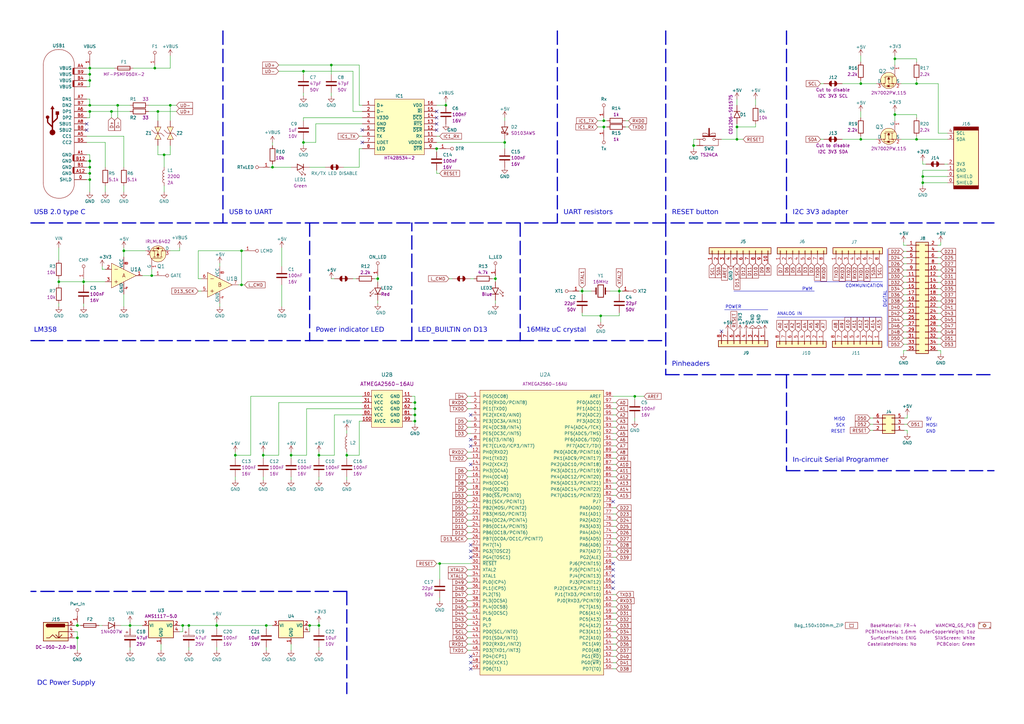
<source format=kicad_sch>
(kicad_sch (version 20230121) (generator eeschema)
  (paper "A3")
  (title_block (title "JADE M1") (date "2024-01-18") (rev "1.0.0") (company "GroundStudio.ro") (comment 1 "Schematic: Victor Nicula"))
  (junction (at 180.34 231.14))
  (junction (at 50.8 102.87))
  (junction (at 284.48 59.69))
  (junction (at 53.34 256.54))
  (junction (at 64.77 45.72))
  (junction (at 63.5 27.94))
  (junction (at 247.65 49.53))
  (junction (at 260.35 162.56))
  (junction (at 36.83 45.72))
  (junction (at 378.46 72.39))
  (junction (at 36.83 73.66))
  (junction (at 99.06 102.87))
  (junction (at 302.26 57.15))
  (junction (at 247.65 52.07))
  (junction (at 111.76 68.58))
  (junction (at 48.26 43.18))
  (junction (at 179.07 60.96))
  (junction (at 353.06 34.29))
  (junction (at 246.38 129.54))
  (junction (at 69.85 43.18))
  (junction (at 96.52 186.69))
  (junction (at 109.22 256.54))
  (junction (at 31.75 261.62))
  (junction (at 24.13 115.57))
  (junction (at 154.94 114.3))
  (junction (at 182.88 43.18))
  (junction (at 124.46 29.21))
  (junction (at 375.92 34.29))
  (junction (at 36.83 66.04))
  (junction (at 203.2 114.3))
  (junction (at 367.03 46.99))
  (junction (at 207.01 58.42))
  (junction (at 124.46 58.42))
  (junction (at 36.83 68.58))
  (junction (at 119.38 186.69))
  (junction (at 127 256.54))
  (junction (at 36.83 30.48))
  (junction (at 36.83 27.94))
  (junction (at 107.95 186.69))
  (junction (at 88.9 256.54))
  (junction (at 130.81 186.69))
  (junction (at 170.18 165.1))
  (junction (at 45.72 45.72))
  (junction (at 170.18 170.18))
  (junction (at 34.29 115.57))
  (junction (at 142.24 186.69))
  (junction (at 238.76 119.38))
  (junction (at 62.23 113.03))
  (junction (at 67.31 63.5))
  (junction (at 375.92 57.15))
  (junction (at 130.81 256.54))
  (junction (at 77.47 256.54))
  (junction (at 367.03 24.13))
  (junction (at 353.06 57.15))
  (junction (at 135.89 26.67))
  (junction (at 31.75 256.54))
  (junction (at 36.83 71.12))
  (junction (at 378.46 74.93))
  (junction (at 36.83 33.02))
  (junction (at 302.26 52.07))
  (junction (at 254 119.38))
  (junction (at 170.18 172.72))
  (junction (at 36.83 43.18))
  (junction (at 74.93 256.54))
  (junction (at 170.18 167.64))
  (junction (at 99.06 116.84))
  (no_connect (at 35.56 53.34))
  (no_connect (at 295.91 135.89))
  (no_connect (at 193.04 223.52))
  (no_connect (at 251.46 238.76))
  (no_connect (at 179.07 53.34))
  (no_connect (at 35.56 50.8))
  (no_connect (at 193.04 182.88))
  (no_connect (at 193.04 170.18))
  (no_connect (at 251.46 241.3))
  (no_connect (at 251.46 231.14))
  (no_connect (at 251.46 233.68))
  (no_connect (at 193.04 190.5))
  (no_connect (at 251.46 205.74))
  (no_connect (at 193.04 269.24))
  (no_connect (at 179.07 45.72))
  (no_connect (at 179.07 50.8))
  (no_connect (at 251.46 236.22))
  (no_connect (at 148.59 58.42))
  (no_connect (at 179.07 48.26))
  (no_connect (at 193.04 274.32))
  (no_connect (at 148.59 53.34))
  (no_connect (at 193.04 180.34))
  (no_connect (at 193.04 228.6))
  (no_connect (at 193.04 271.78))
  (no_connect (at 193.04 226.06))
  (wire (pts (xy 257.81 52.07) (xy 256.54 52.07)))
  (wire (pts (xy 370.586 120.904) (xy 371.856 120.904)))
  (wire (pts (xy 191.77 172.72) (xy 193.04 172.72)))
  (wire (pts (xy 201.93 114.3) (xy 203.2 114.3)))
  (wire (pts (xy 81.28 102.87) (xy 99.06 102.87)))
  (wire (pts (xy 142.24 185.42) (xy 142.24 186.69)))
  (wire (pts (xy 252.73 182.88) (xy 251.46 182.88)))
  (wire (pts (xy 62.23 110.49) (xy 62.23 113.03)))
  (polyline (pts (xy 300.99 119.38) (xy 334.01 119.38)))
  (wire (pts (xy 370.586 103.124) (xy 371.856 103.124)))
  (wire (pts (xy 252.73 218.44) (xy 251.46 218.44)))
  (wire (pts (xy 102.87 162.56) (xy 102.87 186.69)))
  (wire (pts (xy 24.13 125.73) (xy 24.13 124.46)))
  (wire (pts (xy 170.18 165.1) (xy 170.18 167.64)))
  (wire (pts (xy 385.826 123.444) (xy 384.556 123.444)))
  (wire (pts (xy 36.83 33.02) (xy 36.83 30.48)))
  (wire (pts (xy 135.89 30.48) (xy 135.89 26.67)))
  (wire (pts (xy 109.22 257.81) (xy 109.22 256.54)))
  (wire (pts (xy 111.76 68.58) (xy 119.38 68.58)))
  (wire (pts (xy 36.83 66.04) (xy 36.83 68.58)))
  (wire (pts (xy 191.77 210.82) (xy 193.04 210.82)))
  (wire (pts (xy 375.92 33.02) (xy 375.92 34.29)))
  (wire (pts (xy 142.24 177.8) (xy 142.24 176.53)))
  (wire (pts (xy 252.73 261.62) (xy 251.46 261.62)))
  (wire (pts (xy 247.65 52.07) (xy 248.92 52.07)))
  (wire (pts (xy 135.89 39.37) (xy 135.89 38.1)))
  (wire (pts (xy 88.9 256.54) (xy 109.22 256.54)))
  (wire (pts (xy 375.92 46.99) (xy 367.03 46.99)))
  (wire (pts (xy 372.11 176.53) (xy 372.11 177.8)))
  (wire (pts (xy 191.77 208.28) (xy 193.04 208.28)))
  (wire (pts (xy 109.22 266.7) (xy 109.22 265.43)))
  (wire (pts (xy 148.59 165.1) (xy 114.3 165.1)))
  (wire (pts (xy 119.38 266.7) (xy 119.38 264.16)))
  (wire (pts (xy 237.49 119.38) (xy 238.76 119.38)))
  (wire (pts (xy 153.67 114.3) (xy 154.94 114.3)))
  (wire (pts (xy 179.07 58.42) (xy 207.01 58.42)))
  (wire (pts (xy 370.586 125.984) (xy 371.856 125.984)))
  (wire (pts (xy 370.586 118.364) (xy 371.856 118.364)))
  (wire (pts (xy 24.13 115.57) (xy 24.13 116.84)))
  (wire (pts (xy 147.32 26.67) (xy 147.32 43.18)))
  (wire (pts (xy 370.84 173.99) (xy 372.11 173.99)))
  (wire (pts (xy 90.17 107.95) (xy 90.17 109.22)))
  (wire (pts (xy 115.57 101.6) (xy 115.57 109.22)))
  (wire (pts (xy 191.77 220.98) (xy 193.04 220.98)))
  (wire (pts (xy 370.586 136.144) (xy 371.856 136.144)))
  (wire (pts (xy 179.07 62.23) (xy 179.07 60.96)))
  (wire (pts (xy 191.77 177.8) (xy 193.04 177.8)))
  (wire (pts (xy 385.826 143.764) (xy 385.826 145.034)))
  (wire (pts (xy 63.5 26.67) (xy 63.5 27.94)))
  (wire (pts (xy 375.92 24.13) (xy 375.92 25.4)))
  (wire (pts (xy 207.01 58.42) (xy 207.01 60.96)))
  (wire (pts (xy 130.81 196.85) (xy 130.81 195.58)))
  (wire (pts (xy 252.73 175.26) (xy 251.46 175.26)))
  (wire (pts (xy 41.91 110.49) (xy 43.18 110.49)))
  (wire (pts (xy 367.03 45.72) (xy 367.03 46.99)))
  (wire (pts (xy 179.07 71.12) (xy 180.34 71.12)))
  (wire (pts (xy 246.38 129.54) (xy 238.76 129.54)))
  (wire (pts (xy 34.29 115.57) (xy 43.18 115.57)))
  (wire (pts (xy 35.56 40.64) (xy 36.83 40.64)))
  (wire (pts (xy 384.81 34.29) (xy 384.81 54.61)))
  (wire (pts (xy 245.11 49.53) (xy 247.65 49.53)))
  (wire (pts (xy 252.73 271.78) (xy 251.46 271.78)))
  (wire (pts (xy 191.77 198.12) (xy 193.04 198.12)))
  (wire (pts (xy 252.73 165.1) (xy 251.46 165.1)))
  (wire (pts (xy 260.35 163.83) (xy 260.35 162.56)))
  (wire (pts (xy 88.9 256.54) (xy 88.9 257.81)))
  (wire (pts (xy 148.59 170.18) (xy 137.16 170.18)))
  (wire (pts (xy 119.38 196.85) (xy 119.38 195.58)))
  (wire (pts (xy 191.77 213.36) (xy 193.04 213.36)))
  (wire (pts (xy 252.73 246.38) (xy 251.46 246.38)))
  (wire (pts (xy 370.586 123.444) (xy 371.856 123.444)))
  (wire (pts (xy 191.77 266.7) (xy 193.04 266.7)))
  (wire (pts (xy 252.73 228.6) (xy 251.46 228.6)))
  (wire (pts (xy 107.95 186.69) (xy 107.95 187.96)))
  (wire (pts (xy 66.04 266.7) (xy 66.04 264.16)))
  (wire (pts (xy 370.586 113.284) (xy 371.856 113.284)))
  (wire (pts (xy 191.77 259.08) (xy 193.04 259.08)))
  (wire (pts (xy 387.35 67.31) (xy 388.62 67.31)))
  (wire (pts (xy 375.92 57.15) (xy 369.57 57.15)))
  (wire (pts (xy 191.77 187.96) (xy 193.04 187.96)))
  (wire (pts (xy 367.03 22.86) (xy 367.03 24.13)))
  (wire (pts (xy 147.32 60.96) (xy 148.59 60.96)))
  (wire (pts (xy 375.92 57.15) (xy 388.62 57.15)))
  (wire (pts (xy 24.13 115.57) (xy 34.29 115.57)))
  (wire (pts (xy 191.77 248.92) (xy 193.04 248.92)))
  (wire (pts (xy 254 118.11) (xy 254 119.38)))
  (wire (pts (xy 110.49 68.58) (xy 111.76 68.58)))
  (wire (pts (xy 36.83 26.67) (xy 36.83 27.94)))
  (wire (pts (xy 130.81 255.27) (xy 130.81 256.54)))
  (wire (pts (xy 114.3 186.69) (xy 107.95 186.69)))
  (wire (pts (xy 245.11 52.07) (xy 247.65 52.07)))
  (wire (pts (xy 77.47 256.54) (xy 88.9 256.54)))
  (wire (pts (xy 191.77 236.22) (xy 193.04 236.22)))
  (polyline (pts (xy 363.982 102.108) (xy 363.982 141.986)))
  (wire (pts (xy 375.92 55.88) (xy 375.92 57.15)))
  (wire (pts (xy 35.56 43.18) (xy 36.83 43.18)))
  (wire (pts (xy 35.56 35.56) (xy 36.83 35.56)))
  (wire (pts (xy 129.54 50.8) (xy 148.59 50.8)))
  (wire (pts (xy 254 129.54) (xy 254 128.27)))
  (wire (pts (xy 119.38 186.69) (xy 119.38 187.96)))
  (wire (pts (xy 370.586 100.584) (xy 371.856 100.584)))
  (wire (pts (xy 53.34 256.54) (xy 58.42 256.54)))
  (polyline (pts (xy 213.36 91.44) (xy 213.36 139.7)) (stroke (width 0.5) (type dash)))
  (wire (pts (xy 31.75 261.62) (xy 30.48 261.62)))
  (polyline (pts (xy 127 139.7) (xy 168.91 139.7)) (stroke (width 0.5) (type dash)))
  (wire (pts (xy 109.22 256.54) (xy 111.76 256.54)))
  (wire (pts (xy 69.85 43.18) (xy 69.85 49.53)))
  (wire (pts (xy 252.73 256.54) (xy 251.46 256.54)))
  (wire (pts (xy 353.06 45.72) (xy 353.06 48.26)))
  (wire (pts (xy 50.8 102.87) (xy 50.8 105.41)))
  (wire (pts (xy 252.73 195.58) (xy 251.46 195.58)))
  (wire (pts (xy 35.56 45.72) (xy 36.83 45.72)))
  (wire (pts (xy 124.46 30.48) (xy 124.46 29.21)))
  (wire (pts (xy 58.42 113.03) (xy 62.23 113.03)))
  (wire (pts (xy 191.77 246.38) (xy 193.04 246.38)))
  (wire (pts (xy 111.76 67.31) (xy 111.76 68.58)))
  (wire (pts (xy 191.77 195.58) (xy 193.04 195.58)))
  (polyline (pts (xy 322.58 12.7) (xy 322.58 91.44)) (stroke (width 0.5) (type dash)))
  (wire (pts (xy 124.46 49.53) (xy 124.46 48.26)))
  (wire (pts (xy 191.77 185.42) (xy 193.04 185.42)))
  (wire (pts (xy 302.26 57.15) (xy 304.8 57.15)))
  (polyline (pts (xy 168.91 139.7) (xy 168.91 91.44)) (stroke (width 0.5) (type dash)))
  (wire (pts (xy 63.5 27.94) (xy 69.85 27.94)))
  (polyline (pts (xy 273.05 153.67) (xy 407.67 153.67)) (stroke (width 0.5) (type dash)))
  (wire (pts (xy 191.77 218.44) (xy 193.04 218.44)))
  (wire (pts (xy 64.77 63.5) (xy 67.31 63.5)))
  (wire (pts (xy 53.34 256.54) (xy 49.53 256.54)))
  (wire (pts (xy 35.56 73.66) (xy 36.83 73.66)))
  (wire (pts (xy 370.84 176.53) (xy 372.11 176.53)))
  (wire (pts (xy 53.34 257.81) (xy 53.34 256.54)))
  (wire (pts (xy 370.586 105.664) (xy 371.856 105.664)))
  (wire (pts (xy 81.28 114.3) (xy 81.28 102.87)))
  (wire (pts (xy 88.9 266.7) (xy 88.9 265.43)))
  (polyline (pts (xy 91.44 12.7) (xy 91.44 91.44)) (stroke (width 0.5) (type dash)))
  (wire (pts (xy 81.28 114.3) (xy 82.55 114.3)))
  (wire (pts (xy 50.8 125.73) (xy 50.8 120.65)))
  (wire (pts (xy 385.826 118.364) (xy 384.556 118.364)))
  (wire (pts (xy 64.77 59.69) (xy 64.77 63.5)))
  (wire (pts (xy 252.73 190.5) (xy 251.46 190.5)))
  (wire (pts (xy 180.34 237.49) (xy 180.34 231.14)))
  (wire (pts (xy 370.586 138.684) (xy 371.856 138.684)))
  (wire (pts (xy 385.826 103.124) (xy 384.556 103.124)))
  (wire (pts (xy 64.77 45.72) (xy 72.39 45.72)))
  (wire (pts (xy 180.34 246.38) (xy 180.34 245.11)))
  (wire (pts (xy 124.46 29.21) (xy 144.78 29.21)))
  (polyline (pts (xy 361.442 130.048) (xy 318.77 130.048)))
  (polyline (pts (xy 127 91.44) (xy 127 139.7)) (stroke (width 0.5) (type dash)))
  (wire (pts (xy 168.91 172.72) (xy 170.18 172.72)))
  (wire (pts (xy 88.9 256.54) (xy 88.9 255.27)))
  (wire (pts (xy 193.04 114.3) (xy 194.31 114.3)))
  (wire (pts (xy 35.56 48.26) (xy 36.83 48.26)))
  (wire (pts (xy 252.73 198.12) (xy 251.46 198.12)))
  (wire (pts (xy 356.87 171.45) (xy 358.14 171.45)))
  (wire (pts (xy 35.56 71.12) (xy 36.83 71.12)))
  (wire (pts (xy 207.01 48.26) (xy 207.01 49.53)))
  (wire (pts (xy 378.46 72.39) (xy 378.46 74.93)))
  (wire (pts (xy 252.73 264.16) (xy 251.46 264.16)))
  (wire (pts (xy 336.55 57.15) (xy 337.82 57.15)))
  (wire (pts (xy 30.48 256.54) (xy 31.75 256.54)))
  (wire (pts (xy 191.77 193.04) (xy 193.04 193.04)))
  (wire (pts (xy 353.06 22.86) (xy 353.06 25.4)))
  (wire (pts (xy 147.32 172.72) (xy 147.32 186.69)))
  (wire (pts (xy 252.73 269.24) (xy 251.46 269.24)))
  (wire (pts (xy 191.77 261.62) (xy 193.04 261.62)))
  (wire (pts (xy 67.31 63.5) (xy 69.85 63.5)))
  (wire (pts (xy 252.73 215.9) (xy 251.46 215.9)))
  (wire (pts (xy 130.81 266.7) (xy 130.81 265.43)))
  (wire (pts (xy 252.73 220.98) (xy 251.46 220.98)))
  (wire (pts (xy 35.56 63.5) (xy 36.83 63.5)))
  (wire (pts (xy 252.73 259.08) (xy 251.46 259.08)))
  (wire (pts (xy 62.23 113.03) (xy 63.5 113.03)))
  (wire (pts (xy 31.75 259.08) (xy 31.75 261.62)))
  (wire (pts (xy 182.88 41.91) (xy 182.88 43.18)))
  (wire (pts (xy 36.83 35.56) (xy 36.83 33.02)))
  (wire (pts (xy 179.07 231.14) (xy 180.34 231.14)))
  (wire (pts (xy 180.34 55.88) (xy 179.07 55.88)))
  (wire (pts (xy 384.556 100.584) (xy 385.826 100.584)))
  (wire (pts (xy 41.91 256.54) (xy 40.64 256.54)))
  (wire (pts (xy 69.85 27.94) (xy 69.85 22.86)))
  (wire (pts (xy 46.99 27.94) (xy 36.83 27.94)))
  (wire (pts (xy 36.83 30.48) (xy 36.83 27.94)))
  (wire (pts (xy 370.84 171.45) (xy 372.11 171.45)))
  (polyline (pts (xy 273.05 91.44) (xy 273.05 153.67)) (stroke (width 0.5) (type dash)))
  (wire (pts (xy 252.73 200.66) (xy 251.46 200.66)))
  (wire (pts (xy 378.46 74.93) (xy 378.46 76.2)))
  (wire (pts (xy 246.38 129.54) (xy 254 129.54)))
  (wire (pts (xy 252.73 185.42) (xy 251.46 185.42)))
  (wire (pts (xy 375.92 24.13) (xy 367.03 24.13)))
  (wire (pts (xy 73.66 259.08) (xy 74.93 259.08)))
  (wire (pts (xy 147.32 55.88) (xy 148.59 55.88)))
  (wire (pts (xy 168.91 162.56) (xy 170.18 162.56)))
  (wire (pts (xy 48.26 48.26) (xy 48.26 43.18)))
  (wire (pts (xy 130.81 185.42) (xy 130.81 186.69)))
  (wire (pts (xy 191.77 167.64) (xy 193.04 167.64)))
  (wire (pts (xy 36.83 73.66) (xy 36.83 78.74)))
  (wire (pts (xy 81.28 119.38) (xy 82.55 119.38)))
  (wire (pts (xy 36.83 68.58) (xy 36.83 71.12)))
  (wire (pts (xy 69.85 59.69) (xy 69.85 63.5)))
  (wire (pts (xy 385.826 115.824) (xy 384.556 115.824)))
  (polyline (pts (xy 322.58 193.04) (xy 407.67 193.04)) (stroke (width 0.5) (type dash)))
  (wire (pts (xy 385.826 131.064) (xy 384.556 131.064)))
  (wire (pts (xy 191.77 241.3) (xy 193.04 241.3)))
  (wire (pts (xy 284.48 59.69) (xy 285.75 59.69)))
  (wire (pts (xy 191.77 264.16) (xy 193.04 264.16)))
  (wire (pts (xy 385.826 143.764) (xy 384.556 143.764)))
  (wire (pts (xy 36.83 43.18) (xy 48.26 43.18)))
  (wire (pts (xy 385.826 110.744) (xy 384.556 110.744)))
  (wire (pts (xy 370.586 128.524) (xy 371.856 128.524)))
  (polyline (pts (xy 228.6 12.7) (xy 228.6 91.44)) (stroke (width 0.5) (type dash)))
  (polyline (pts (xy 12.7 139.7) (xy 127 139.7)) (stroke (width 0.5) (type dash)))
  (wire (pts (xy 60.96 43.18) (xy 69.85 43.18)))
  (wire (pts (xy 168.91 165.1) (xy 170.18 165.1)))
  (wire (pts (xy 147.32 186.69) (xy 142.24 186.69)))
  (wire (pts (xy 35.56 30.48) (xy 36.83 30.48)))
  (wire (pts (xy 378.46 67.31) (xy 379.73 67.31)))
  (wire (pts (xy 180.34 231.14) (xy 193.04 231.14)))
  (wire (pts (xy 54.61 27.94) (xy 63.5 27.94)))
  (wire (pts (xy 191.77 203.2) (xy 193.04 203.2)))
  (wire (pts (xy 35.56 66.04) (xy 36.83 66.04)))
  (wire (pts (xy 252.73 251.46) (xy 251.46 251.46)))
  (wire (pts (xy 31.75 259.08) (xy 30.48 259.08)))
  (polyline (pts (xy 213.36 139.7) (xy 168.91 139.7)) (stroke (width 0.5) (type dash)))
  (wire (pts (xy 125.73 186.69) (xy 119.38 186.69)))
  (wire (pts (xy 252.73 177.8) (xy 251.46 177.8)))
  (wire (pts (xy 50.8 102.87) (xy 59.69 102.87)))
  (wire (pts (xy 385.826 108.204) (xy 384.556 108.204)))
  (wire (pts (xy 168.91 170.18) (xy 170.18 170.18)))
  (wire (pts (xy 252.73 180.34) (xy 251.46 180.34)))
  (wire (pts (xy 135.89 26.67) (xy 147.32 26.67)))
  (wire (pts (xy 252.73 210.82) (xy 251.46 210.82)))
  (wire (pts (xy 73.66 102.87) (xy 73.66 101.6)))
  (wire (pts (xy 191.77 251.46) (xy 193.04 251.46)))
  (wire (pts (xy 369.57 34.29) (xy 375.92 34.29)))
  (wire (pts (xy 260.35 172.72) (xy 260.35 171.45)))
  (wire (pts (xy 34.29 125.73) (xy 34.29 124.46)))
  (wire (pts (xy 36.83 40.64) (xy 36.83 43.18)))
  (wire (pts (xy 254 120.65) (xy 254 119.38)))
  (wire (pts (xy 69.85 102.87) (xy 73.66 102.87)))
  (wire (pts (xy 102.87 186.69) (xy 96.52 186.69)))
  (wire (pts (xy 142.24 195.58) (xy 142.24 196.85)))
  (wire (pts (xy 191.77 175.26) (xy 193.04 175.26)))
  (wire (pts (xy 252.73 274.32) (xy 251.46 274.32)))
  (polyline (pts (xy 407.67 91.44) (xy 407.67 91.44)))
  (wire (pts (xy 114.3 29.21) (xy 124.46 29.21)))
  (wire (pts (xy 370.586 108.204) (xy 371.856 108.204)))
  (wire (pts (xy 154.94 124.46) (xy 154.94 123.19)))
  (wire (pts (xy 144.78 45.72) (xy 148.59 45.72)))
  (wire (pts (xy 356.87 176.53) (xy 358.14 176.53)))
  (wire (pts (xy 191.77 256.54) (xy 193.04 256.54)))
  (polyline (pts (xy 213.36 139.7) (xy 273.05 139.7)) (stroke (width 0.5) (type dash)))
  (wire (pts (xy 385.826 120.904) (xy 384.556 120.904)))
  (wire (pts (xy 345.44 34.29) (xy 353.06 34.29)))
  (wire (pts (xy 372.11 171.45) (xy 372.11 170.18)))
  (wire (pts (xy 367.03 46.99) (xy 367.03 49.53)))
  (wire (pts (xy 170.18 170.18) (xy 170.18 172.72)))
  (wire (pts (xy 252.73 254) (xy 251.46 254)))
  (wire (pts (xy 370.586 143.764) (xy 371.856 143.764)))
  (wire (pts (xy 115.57 125.73) (xy 115.57 116.84)))
  (polyline (pts (xy 273.05 12.7) (xy 273.05 91.44)) (stroke (width 0.5) (type dash)))
  (wire (pts (xy 238.76 120.65) (xy 238.76 119.38)))
  (wire (pts (xy 238.76 129.54) (xy 238.76 128.27)))
  (wire (pts (xy 127 256.54) (xy 130.81 256.54)))
  (wire (pts (xy 251.46 162.56) (xy 260.35 162.56)))
  (wire (pts (xy 247.65 48.26) (xy 247.65 49.53)))
  (wire (pts (xy 302.26 40.64) (xy 302.26 43.18)))
  (wire (pts (xy 36.83 63.5) (xy 36.83 66.04)))
  (wire (pts (xy 370.586 131.064) (xy 371.856 131.064)))
  (wire (pts (xy 356.87 173.99) (xy 358.14 173.99)))
  (wire (pts (xy 203.2 124.46) (xy 203.2 123.19)))
  (wire (pts (xy 252.73 226.06) (xy 251.46 226.06)))
  (wire (pts (xy 45.72 48.26) (xy 45.72 45.72)))
  (wire (pts (xy 385.826 105.664) (xy 384.556 105.664)))
  (wire (pts (xy 154.94 113.03) (xy 154.94 114.3)))
  (wire (pts (xy 302.26 50.8) (xy 302.26 52.07)))
  (wire (pts (xy 129.54 50.8) (xy 129.54 58.42)))
  (wire (pts (xy 370.586 115.824) (xy 371.856 115.824)))
  (wire (pts (xy 375.92 34.29) (xy 384.81 34.29)))
  (wire (pts (xy 257.81 49.53) (xy 256.54 49.53)))
  (wire (pts (xy 250.19 119.38) (xy 254 119.38)))
  (wire (pts (xy 148.59 172.72) (xy 147.32 172.72)))
  (wire (pts (xy 114.3 165.1) (xy 114.3 186.69)))
  (polyline (pts (xy 12.7 91.44) (xy 407.67 91.44)) (stroke (width 0.5) (type dash)))
  (wire (pts (xy 129.54 58.42) (xy 124.46 58.42)))
  (wire (pts (xy 154.94 115.57) (xy 154.94 114.3)))
  (wire (pts (xy 125.73 167.64) (xy 125.73 186.69)))
  (wire (pts (xy 284.48 59.69) (xy 284.48 60.96)))
  (wire (pts (xy 378.46 66.04) (xy 378.46 67.31)))
  (wire (pts (xy 99.06 102.87) (xy 99.06 116.84)))
  (wire (pts (xy 35.56 33.02) (xy 36.83 33.02)))
  (wire (pts (xy 295.91 57.15) (xy 302.26 57.15)))
  (wire (pts (xy 64.77 45.72) (xy 64.77 49.53)))
  (wire (pts (xy 191.77 200.66) (xy 193.04 200.66)))
  (wire (pts (xy 144.78 29.21) (xy 144.78 45.72)))
  (wire (pts (xy 179.07 43.18) (xy 182.88 43.18)))
  (wire (pts (xy 252.73 167.64) (xy 251.46 167.64)))
  (wire (pts (xy 184.15 114.3) (xy 185.42 114.3)))
  (wire (pts (xy 147.32 43.18) (xy 148.59 43.18)))
  (wire (pts (xy 254 119.38) (xy 255.27 119.38)))
  (wire (pts (xy 60.96 45.72) (xy 64.77 45.72)))
  (wire (pts (xy 142.24 186.69) (xy 142.24 187.96)))
  (wire (pts (xy 36.83 71.12) (xy 36.83 73.66)))
  (wire (pts (xy 148.59 162.56) (xy 102.87 162.56)))
  (wire (pts (xy 378.46 69.85) (xy 378.46 72.39)))
  (wire (pts (xy 191.77 233.68) (xy 193.04 233.68)))
  (wire (pts (xy 385.826 138.684) (xy 384.556 138.684)))
  (wire (pts (xy 48.26 43.18) (xy 53.34 43.18)))
  (wire (pts (xy 130.81 257.81) (xy 130.81 256.54)))
  (wire (pts (xy 135.89 114.3) (xy 137.16 114.3)))
  (wire (pts (xy 252.73 223.52) (xy 251.46 223.52)))
  (wire (pts (xy 309.88 40.64) (xy 309.88 43.18)))
  (wire (pts (xy 107.95 185.42) (xy 107.95 186.69)))
  (wire (pts (xy 119.38 185.42) (xy 119.38 186.69)))
  (wire (pts (xy 43.18 76.2) (xy 43.18 78.74)))
  (wire (pts (xy 252.73 208.28) (xy 251.46 208.28)))
  (wire (pts (xy 353.06 55.88) (xy 353.06 57.15)))
  (wire (pts (xy 170.18 167.64) (xy 170.18 170.18)))
  (wire (pts (xy 73.66 256.54) (xy 74.93 256.54)))
  (wire (pts (xy 170.18 172.72) (xy 170.18 173.99)))
  (wire (pts (xy 252.73 172.72) (xy 251.46 172.72)))
  (polyline (pts (xy 297.18 127) (xy 314.96 127)))
  (wire (pts (xy 50.8 76.2) (xy 50.8 78.74)))
  (wire (pts (xy 35.56 55.88) (xy 50.8 55.88)))
  (wire (pts (xy 147.32 68.58) (xy 147.32 60.96)))
  (wire (pts (xy 191.77 205.74) (xy 193.04 205.74)))
  (wire (pts (xy 252.73 187.96) (xy 251.46 187.96)))
  (wire (pts (xy 247.65 52.07) (xy 247.65 53.34)))
  (wire (pts (xy 43.18 68.58) (xy 43.18 58.42)))
  (wire (pts (xy 370.586 110.744) (xy 371.856 110.744)))
  (wire (pts (xy 191.77 215.9) (xy 193.04 215.9)))
  (wire (pts (xy 370.586 99.314) (xy 370.586 100.584)))
  (wire (pts (xy 252.73 266.7) (xy 251.46 266.7)))
  (wire (pts (xy 170.18 162.56) (xy 170.18 165.1)))
  (wire (pts (xy 370.586 133.604) (xy 371.856 133.604)))
  (wire (pts (xy 53.34 266.7) (xy 53.34 265.43)))
  (wire (pts (xy 191.77 162.56) (xy 193.04 162.56)))
  (wire (pts (xy 238.76 118.11) (xy 238.76 119.38)))
  (wire (pts (xy 168.91 167.64) (xy 170.18 167.64)))
  (wire (pts (xy 99.06 116.84) (xy 100.33 116.84)))
  (wire (pts (xy 36.83 27.94) (xy 35.56 27.94)))
  (wire (pts (xy 34.29 114.3) (xy 34.29 115.57)))
  (wire (pts (xy 31.75 261.62) (xy 31.75 266.7)))
  (wire (pts (xy 388.62 69.85) (xy 378.46 69.85)))
  (wire (pts (xy 100.33 102.87) (xy 99.06 102.87)))
  (wire (pts (xy 384.81 54.61) (xy 388.62 54.61)))
  (wire (pts (xy 36.83 48.26) (xy 36.83 45.72)))
  (wire (pts (xy 385.826 128.524) (xy 384.556 128.524)))
  (wire (pts (xy 385.826 133.604) (xy 384.556 133.604)))
  (wire (pts (xy 285.75 57.15) (xy 284.48 57.15)))
  (wire (pts (xy 77.47 256.54) (xy 77.47 257.81)))
  (wire (pts (xy 45.72 45.72) (xy 53.34 45.72)))
  (wire (pts (xy 35.56 68.58) (xy 36.83 68.58)))
  (wire (pts (xy 77.47 266.7) (xy 77.47 265.43)))
  (wire (pts (xy 246.38 132.08) (xy 246.38 129.54)))
  (wire (pts (xy 203.2 113.03) (xy 203.2 114.3)))
  (wire (pts (xy 378.46 72.39) (xy 388.62 72.39)))
  (wire (pts (xy 69.85 43.18) (xy 72.39 43.18)))
  (wire (pts (xy 137.16 186.69) (xy 137.16 170.18)))
  (wire (pts (xy 127 256.54) (xy 127 259.08)))
  (wire (pts (xy 124.46 58.42) (xy 124.46 57.15)))
  (wire (pts (xy 385.826 113.284) (xy 384.556 113.284)))
  (wire (pts (xy 180.34 60.96) (xy 179.07 60.96)))
  (wire (pts (xy 96.52 186.69) (xy 96.52 187.96)))
  (wire (pts (xy 137.16 186.69) (xy 130.81 186.69)))
  (wire (pts (xy 353.06 33.02) (xy 353.06 34.29)))
  (wire (pts (xy 302.26 52.07) (xy 302.26 57.15)))
  (wire (pts (xy 96.52 185.42) (xy 96.52 186.69)))
  (wire (pts (xy 114.3 26.67) (xy 135.89 26.67)))
  (wire (pts (xy 124.46 59.69) (xy 124.46 58.42)))
  (wire (pts (xy 96.52 196.85) (xy 96.52 195.58)))
  (wire (pts (xy 378.46 74.93) (xy 388.62 74.93)))
  (wire (pts (xy 203.2 114.3) (xy 203.2 115.57)))
  (wire (pts (xy 385.826 100.584) (xy 385.826 99.314)))
  (wire (pts (xy 130.81 186.69) (xy 130.81 187.96)))
  (polyline (pts (xy 322.58 153.67) (xy 322.58 193.04)) (stroke (width 0.5) (type dash)))
  (wire (pts (xy 345.44 57.15) (xy 353.06 57.15)))
  (wire (pts (xy 179.07 71.12) (xy 179.07 69.85)))
  (wire (pts (xy 67.31 76.2) (xy 67.31 78.74)))
  (wire (pts (xy 124.46 39.37) (xy 124.46 38.1)))
  (wire (pts (xy 24.13 114.3) (xy 24.13 115.57)))
  (wire (pts (xy 41.91 110.49) (xy 41.91 109.22)))
  (wire (pts (xy 385.826 141.224) (xy 384.556 141.224)))
  (wire (pts (xy 144.78 114.3) (xy 146.05 114.3)))
  (wire (pts (xy 53.34 255.27) (xy 53.34 256.54)))
  (wire (pts (xy 302.26 52.07) (xy 309.88 52.07)))
  (wire (pts (xy 252.73 243.84) (xy 251.46 243.84)))
  (wire (pts (xy 111.76 58.42) (xy 111.76 59.69)))
  (wire (pts (xy 207.01 57.15) (xy 207.01 58.42)))
  (wire (pts (xy 385.826 136.144) (xy 384.556 136.144)))
  (wire (pts (xy 90.17 124.46) (xy 90.17 125.73)))
  (wire (pts (xy 252.73 213.36) (xy 251.46 213.36)))
  (wire (pts (xy 238.76 119.38) (xy 242.57 119.38)))
  (wire (pts (xy 124.46 48.26) (xy 148.59 48.26)))
  (wire (pts (xy 385.826 125.984) (xy 384.556 125.984)))
  (wire (pts (xy 127 68.58) (xy 133.35 68.58)))
  (wire (pts (xy 353.06 57.15) (xy 359.41 57.15)))
  (wire (pts (xy 191.77 243.84) (xy 193.04 243.84)))
  (wire (pts (xy 97.79 116.84) (xy 99.06 116.84)))
  (wire (pts (xy 375.92 46.99) (xy 375.92 48.26)))
  (polyline (pts (xy 142.24 242.57) (xy 142.24 284.48)) (stroke (width 0.5) (type dash)))
  (wire (pts (xy 247.65 49.53) (xy 248.92 49.53)))
  (wire (pts (xy 34.29 116.84) (xy 34.29 115.57)))
  (wire (pts (xy 284.48 57.15) (xy 284.48 59.69)))
  (wire (pts (xy 252.73 193.04) (xy 251.46 193.04)))
  (wire (pts (xy 31.75 256.54) (xy 33.02 256.54)))
  (wire (pts (xy 148.59 167.64) (xy 125.73 167.64)))
  (wire (pts (xy 252.73 170.18) (xy 251.46 170.18)))
  (wire (pts (xy 24.13 101.6) (xy 24.13 106.68)))
  (wire (pts (xy 309.88 52.07) (xy 309.88 50.8)))
  (wire (pts (xy 353.06 34.29) (xy 359.41 34.29)))
  (polyline (pts (xy 142.24 242.57) (xy 12.7 242.57)) (stroke (width 0.5) (type dash)))
  (wire (pts (xy 370.586 141.224) (xy 371.856 141.224)))
  (wire (pts (xy 252.73 248.92) (xy 251.46 248.92)))
  (wire (pts (xy 35.56 58.42) (xy 43.18 58.42)))
  (wire (pts (xy 260.35 162.56) (xy 264.16 162.56)))
  (wire (pts (xy 50.8 101.6) (xy 50.8 102.87)))
  (wire (pts (xy 74.93 256.54) (xy 77.47 256.54)))
  (wire (pts (xy 336.55 34.29) (xy 337.82 34.29)))
  (wire (pts (xy 191.77 254) (xy 193.04 254)))
  (wire (pts (xy 191.77 165.1) (xy 193.04 165.1)))
  (wire (pts (xy 107.95 196.85) (xy 107.95 195.58)))
  (wire (pts (xy 252.73 203.2) (xy 251.46 203.2)))
  (wire (pts (xy 67.31 63.5) (xy 67.31 68.58)))
  (wire (pts (xy 74.93 259.08) (xy 74.93 256.54)))
  (wire (pts (xy 140.97 68.58) (xy 147.32 68.58)))
  (wire (pts (xy 50.8 55.88) (xy 50.8 68.58)))
  (polyline (pts (xy 334.01 115.57) (xy 361.95 115.57)))
  (wire (pts (xy 191.77 238.76) (xy 193.04 238.76)))
  (wire (pts (xy 367.03 24.13) (xy 367.03 26.67)))
  (wire (pts (xy 370.586 145.034) (xy 370.586 143.764)))
  (wire (pts (xy 31.75 255.27) (xy 31.75 256.54)))
  (wire (pts (xy 36.83 45.72) (xy 45.72 45.72)))
  (text "MOSI" (at 379.73 175.26 0) (effects (font (size 1.27 1.27)) (justify left bottom)))
  (text "PWM" (at 328.93 119.38 0) (effects (font (size 1.27 1.27)) (justify left bottom)))
  (text "RESET" (at 346.71 177.8 0) (effects (font (size 1.27 1.27)) (justify right bottom)))
  (text "MISO" (at 346.71 172.72 0) (effects (font (size 1.27 1.27)) (justify right bottom)))
  (text "LM358" (at 13.97 137.16 0) (effects (font (size 2 2)) (justify left bottom)))
  (text "Power indicator LED" (at 129.54 137.16 0) (effects (font (size 2 2)) (justify left bottom)))
  (text "Pinheaders" (at 275.59 151.13 0) (effects (font (size 2 2)) (justify left bottom)))
  (text "USB to UART" (at 93.98 88.9 0) (effects (font (size 2 2)) (justify left bottom)))
  (text "DIGITAL" (at 363.728 126.238 90) (effects (font (size 1.27 1.27)) (justify left bottom)))
  (text "I2C 3V3 adapter" (at 325.12 88.9 0) (effects (font (size 2 2)) (justify left bottom)))
  (text "DC Power Supply" (at 15.24 281.94 0) (effects (font (size 2 2)) (justify left bottom)))
  (text "USB 2.0 type C" (at 13.97 88.9 0) (effects (font (size 2 2)) (justify left bottom)))
  (text "GND" (at 379.73 177.8 0) (effects (font (size 1.27 1.27)) (justify left bottom)))
  (text "16MHz uC crystal" (at 215.9 137.16 0) (effects (font (size 2 2)) (justify left bottom)))
  (text "POWER" (at 297.434 126.746 0) (effects (font (size 1.27 1.27)) (justify left bottom)))
  (text "SCK" (at 346.71 175.26 0) (effects (font (size 1.27 1.27)) (justify right bottom)))
  (text "LED_BUILTIN on D13" (at 171.45 137.16 0) (effects (font (size 2 2)) (justify left bottom)))
  (text "RESET button" (at 275.59 88.9 0) (effects (font (size 2 2)) (justify left bottom)))
  (text "5V" (at 379.73 172.72 0) (effects (font (size 1.27 1.27)) (justify left bottom)))
  (text "COMMUNICATION" (at 346.71 118.11 0) (effects (font (size 1.27 1.27)) (justify left bottom)))
  (text "ANALOG IN" (at 318.77 129.54 0) (effects (font (size 1.27 1.27)) (justify left bottom)))
  (text "UART resistors" (at 231.14 88.9 0) (effects (font (size 2 2)) (justify left bottom)))
  (text "In-circuit Serial Programmer" (at 325.12 190.5 0) (effects (font (size 2 2)) (justify left bottom)))
  (global_label "D7" (shape input) (at 191.77 195.58 180) (property "Intersheetrefs" "${INTERSHEET_REFS}" (effects hide)))
  (global_label "D4" (shape input) (at 327.66 107.95 270) (property "Intersheetrefs" "${INTERSHEET_REFS}" (effects hide)))
  (global_label "D43" (shape input) (at 385.826 128.524 0) (property "Intersheetrefs" "${INTERSHEET_REFS}" (effects hide)))
  (global_label "A0" (shape input) (at 319.786 136.144 90) (property "Intersheetrefs" "${INTERSHEET_REFS}" (effects hide)))
  (global_label "D34" (shape input) (at 370.586 118.364 180) (property "Intersheetrefs" "${INTERSHEET_REFS}" (effects hide)))
  (global_label "XTAL2" (shape input) (at 191.77 233.68 180) (property "Intersheetrefs" "${INTERSHEET_REFS}" (effects hide)))
  (global_label "D43" (shape input) (at 191.77 254 180) (property "Intersheetrefs" "${INTERSHEET_REFS}" (effects hide)))
  (global_label "D10" (shape input) (at 309.88 107.95 270) (property "Intersheetrefs" "${INTERSHEET_REFS}" (effects hide)))
  (global_label "A15" (shape input) (at 252.73 203.2 0) (property "Intersheetrefs" "${INTERSHEET_REFS}" (effects hide)))
  (global_label "A2" (shape input) (at 324.866 136.144 90) (property "Intersheetrefs" "${INTERSHEET_REFS}" (effects hide)))
  (global_label "D2" (shape input) (at 332.74 107.95 270) (property "Intersheetrefs" "${INTERSHEET_REFS}" (effects hide)))
  (global_label "L_CMD" (shape input) (at 184.15 114.3 180) (property "Intersheetrefs" "${INTERSHEET_REFS}" (effects hide)))
  (global_label "A5" (shape input) (at 252.73 177.8 0) (property "Intersheetrefs" "${INTERSHEET_REFS}" (effects hide)))
  (global_label "RESET" (shape input) (at 180.34 71.12 0) (property "Intersheetrefs" "${INTERSHEET_REFS}" (effects hide)))
  (global_label "D28" (shape input) (at 252.73 223.52 0) (property "Intersheetrefs" "${INTERSHEET_REFS}" (effects hide)))
  (global_label "D48" (shape input) (at 191.77 241.3 180) (property "Intersheetrefs" "${INTERSHEET_REFS}" (effects hide)))
  (global_label "XTAL1" (shape input) (at 238.76 118.11 90) (property "Intersheetrefs" "${INTERSHEET_REFS}" (effects hide)))
  (global_label "SCL" (shape input) (at 336.55 34.29 180) (property "Intersheetrefs" "${INTERSHEET_REFS}" (effects hide)))
  (global_label "TXD3" (shape input) (at 252.73 243.84 0) (property "Intersheetrefs" "${INTERSHEET_REFS}" (effects hide)))
  (global_label "AREF" (shape input) (at 297.18 107.95 270) (property "Intersheetrefs" "${INTERSHEET_REFS}" (effects hide)))
  (global_label "SDA" (shape input) (at 336.55 57.15 180) (property "Intersheetrefs" "${INTERSHEET_REFS}" (effects hide)))
  (global_label "TXD1" (shape input) (at 353.06 107.95 270) (property "Intersheetrefs" "${INTERSHEET_REFS}" (effects hide)))
  (global_label "L_CMD" (shape input) (at 100.33 116.84 0) (property "Intersheetrefs" "${INTERSHEET_REFS}" (effects hide)))
  (global_label "D13_SCK" (shape input) (at 191.77 220.98 180) (property "Intersheetrefs" "${INTERSHEET_REFS}" (effects hide)))
  (global_label "RESET" (shape input) (at 356.87 176.53 180) (property "Intersheetrefs" "${INTERSHEET_REFS}" (effects hide)))
  (global_label "D50" (shape input) (at 370.586 138.684 180) (property "Intersheetrefs" "${INTERSHEET_REFS}" (effects hide)))
  (global_label "D26" (shape input) (at 370.586 108.204 180) (property "Intersheetrefs" "${INTERSHEET_REFS}" (effects hide)))
  (global_label "SCL" (shape input) (at 191.77 259.08 180) (property "Intersheetrefs" "${INTERSHEET_REFS}" (effects hide)))
  (global_label "A2" (shape input) (at 252.73 170.18 0) (property "Intersheetrefs" "${INTERSHEET_REFS}" (effects hide)))
  (global_label "D22" (shape input) (at 252.73 208.28 0) (property "Intersheetrefs" "${INTERSHEET_REFS}" (effects hide)))
  (global_label "D49" (shape input) (at 191.77 238.76 180) (property "Intersheetrefs" "${INTERSHEET_REFS}" (effects hide)))
  (global_label "A1" (shape input) (at 322.326 136.144 90) (property "Intersheetrefs" "${INTERSHEET_REFS}" (effects hide)))
  (global_label "A9" (shape input) (at 345.186 136.144 90) (property "Intersheetrefs" "${INTERSHEET_REFS}" (effects hide)))
  (global_label "D33" (shape input) (at 385.826 115.824 0) (property "Intersheetrefs" "${INTERSHEET_REFS}" (effects hide)))
  (global_label "UD-" (shape input) (at 72.39 43.18 0) (property "Intersheetrefs" "${INTERSHEET_REFS}" (effects hide)))
  (global_label "A9" (shape input) (at 252.73 187.96 0) (property "Intersheetrefs" "${INTERSHEET_REFS}" (effects hide)))
  (global_label "D6" (shape input) (at 191.77 193.04 180) (property "Intersheetrefs" "${INTERSHEET_REFS}" (effects hide)))
  (global_label "D46" (shape input) (at 370.586 133.604 180) (property "Intersheetrefs" "${INTERSHEET_REFS}" (effects hide)))
  (global_label "RXD1" (shape input) (at 355.6 107.95 270) (property "Intersheetrefs" "${INTERSHEET_REFS}" (effects hide)))
  (global_label "D41" (shape input) (at 385.826 125.984 0) (property "Intersheetrefs" "${INTERSHEET_REFS}" (effects hide)))
  (global_label "RXD0" (shape input) (at 191.77 165.1 180) (property "Intersheetrefs" "${INTERSHEET_REFS}" (effects hide)))
  (global_label "D35" (shape input) (at 252.73 261.62 0) (property "Intersheetrefs" "${INTERSHEET_REFS}" (effects hide)))
  (global_label "D47" (shape input) (at 191.77 243.84 180) (property "Intersheetrefs" "${INTERSHEET_REFS}" (effects hide)))
  (global_label "D10" (shape input) (at 191.77 213.36 180) (property "Intersheetrefs" "${INTERSHEET_REFS}" (effects hide)))
  (global_label "D41" (shape input) (at 252.73 271.78 0) (property "Intersheetrefs" "${INTERSHEET_REFS}" (effects hide)))
  (global_label "RESET" (shape input) (at 304.8 57.15 0) (property "Intersheetrefs" "${INTERSHEET_REFS}" (effects hide)))
  (global_label "D9" (shape input) (at 191.77 200.66 180) (property "Intersheetrefs" "${INTERSHEET_REFS}" (effects hide)))
  (global_label "RXD1" (shape input) (at 191.77 264.16 180) (property "Intersheetrefs" "${INTERSHEET_REFS}" (effects hide)))
  (global_label "A13" (shape input) (at 355.346 136.144 90) (property "Intersheetrefs" "${INTERSHEET_REFS}" (effects hide)))
  (global_label "A7" (shape input) (at 337.566 136.144 90) (property "Intersheetrefs" "${INTERSHEET_REFS}" (effects hide)))
  (global_label "D29" (shape input) (at 385.826 110.744 0) (property "Intersheetrefs" "${INTERSHEET_REFS}" (effects hide)))
  (global_label "A11" (shape input) (at 350.266 136.144 90) (property "Intersheetrefs" "${INTERSHEET_REFS}" (effects hide)))
  (global_label "D42" (shape input) (at 191.77 256.54 180) (property "Intersheetrefs" "${INTERSHEET_REFS}" (effects hide)))
  (global_label "D25" (shape input) (at 385.826 105.664 0) (property "Intersheetrefs" "${INTERSHEET_REFS}" (effects hide)))
  (global_label "D2" (shape input) (at 191.77 175.26 180) (property "Intersheetrefs" "${INTERSHEET_REFS}" (effects hide)))
  (global_label "D37" (shape input) (at 385.826 120.904 0) (property "Intersheetrefs" "${INTERSHEET_REFS}" (effects hide)))
  (global_label "UD+" (shape input) (at 72.39 45.72 0) (property "Intersheetrefs" "${INTERSHEET_REFS}" (effects hide)))
  (global_label "D30" (shape input) (at 252.73 248.92 0) (property "Intersheetrefs" "${INTERSHEET_REFS}" (effects hide)))
  (global_label "A8" (shape input) (at 252.73 185.42 0) (property "Intersheetrefs" "${INTERSHEET_REFS}" (effects hide)))
  (global_label "D13_SCK" (shape input) (at 81.28 119.38 180) (property "Intersheetrefs" "${INTERSHEET_REFS}" (effects hide)))
  (global_label "A6" (shape input) (at 335.026 136.144 90) (property "Intersheetrefs" "${INTERSHEET_REFS}" (effects hide)))
  (global_label "D12" (shape input) (at 191.77 218.44 180) (property "Intersheetrefs" "${INTERSHEET_REFS}" (effects hide)))
  (global_label "A10" (shape input) (at 252.73 190.5 0) (property "Intersheetrefs" "${INTERSHEET_REFS}" (effects hide)))
  (global_label "TXD0" (shape input) (at 257.81 52.07 0) (property "Intersheetrefs" "${INTERSHEET_REFS}" (effects hide)))
  (global_label "D38" (shape input) (at 252.73 274.32 0) (property "Intersheetrefs" "${INTERSHEET_REFS}" (effects hide)))
  (global_label "D5" (shape input) (at 325.12 107.95 270) (property "Intersheetrefs" "${INTERSHEET_REFS}" (effects hide)))
  (global_label "A15" (shape input) (at 360.426 136.144 90) (property "Intersheetrefs" "${INTERSHEET_REFS}" (effects hide)))
  (global_label "A8" (shape input) (at 342.646 136.144 90) (property "Intersheetrefs" "${INTERSHEET_REFS}" (effects hide)))
  (global_label "D27" (shape input) (at 252.73 220.98 0) (property "Intersheetrefs" "${INTERSHEET_REFS}" (effects hide)))
  (global_label "D-" (shape input) (at 48.26 48.26 270) (property "Intersheetrefs" "${INTERSHEET_REFS}" (effects hide)))
  (global_label "D38" (shape input) (at 370.586 123.444 180) (property "Intersheetrefs" "${INTERSHEET_REFS}" (effects hide)))
  (global_label "D53" (shape input) (at 385.826 141.224 0) (property "Intersheetrefs" "${INTERSHEET_REFS}" (effects hide)))
  (global_label "D36" (shape input) (at 252.73 264.16 0) (property "Intersheetrefs" "${INTERSHEET_REFS}" (effects hide)))
  (global_label "D29" (shape input) (at 252.73 226.06 0) (property "Intersheetrefs" "${INTERSHEET_REFS}" (effects hide)))
  (global_label "D24" (shape input) (at 252.73 213.36 0) (property "Intersheetrefs" "${INTERSHEET_REFS}" (effects hide)))
  (global_label "D36" (shape input) (at 370.586 120.904 180) (property "Intersheetrefs" "${INTERSHEET_REFS}" (effects hide)))
  (global_label "TXD2" (shape input) (at 191.77 187.96 180) (property "Intersheetrefs" "${INTERSHEET_REFS}" (effects hide)))
  (global_label "SDA" (shape input) (at 294.64 107.95 270) (property "Intersheetrefs" "${INTERSHEET_REFS}" (effects hide)))
  (global_label "SCL" (shape input) (at 360.68 107.95 270) (property "Intersheetrefs" "${INTERSHEET_REFS}" (effects hide)))
  (global_label "A4" (shape input) (at 329.946 136.144 90) (property "Intersheetrefs" "${INTERSHEET_REFS}" (effects hide)))
  (global_label "A6" (shape input) (at 252.73 180.34 0) (property "Intersheetrefs" "${INTERSHEET_REFS}" (effects hide)))
  (global_label "D46" (shape input) (at 191.77 246.38 180) (property "Intersheetrefs" "${INTERSHEET_REFS}" (effects hide)))
  (global_label "XTAL1" (shape input) (at 191.77 236.22 180) (property "Intersheetrefs" "${INTERSHEET_REFS}" (effects hide)))
  (global_label "D40" (shape input) (at 252.73 269.24 0) (property "Intersheetrefs" "${INTERSHEET_REFS}" (effects hide)))
  (global_label "TXD2" (shape input) (at 347.98 107.95 270) (property "Intersheetrefs" "${INTERSHEET_REFS}" (effects hide)))
  (global_label "D35" (shape input) (at 385.826 118.364 0) (property "Intersheetrefs" "${INTERSHEET_REFS}" (effects hide)))
  (global_label "D6" (shape input) (at 322.58 107.95 270) (property "Intersheetrefs" "${INTERSHEET_REFS}" (effects hide)))
  (global_label "D24" (shape input) (at 370.586 105.664 180) (property "Intersheetrefs" "${INTERSHEET_REFS}" (effects hide)))
  (global_label "D25" (shape input) (at 252.73 215.9 0) (property "Intersheetrefs" "${INTERSHEET_REFS}" (effects hide)))
  (global_label "D50" (shape input) (at 191.77 210.82 180) (property "Intersheetrefs" "${INTERSHEET_REFS}" (effects hide)))
  (global_label "D33" (shape input) (at 252.73 256.54 0) (property "Intersheetrefs" "${INTERSHEET_REFS}" (effects hide)))
  (global_label "A4" (shape input) (at 252.73 175.26 0) (property "Intersheetrefs" "${INTERSHEET_REFS}" (effects hide)))
  (global_label "D51" (shape input) (at 385.826 138.684 0) (property "Intersheetrefs" "${INTERSHEET_REFS}" (effects hide)))
  (global_label "A13" (shape input) (at 252.73 198.12 0) (property "Intersheetrefs" "${INTERSHEET_REFS}" (effects hide)))
  (global_label "A3" (shape input) (at 327.406 136.144 90) (property "Intersheetrefs" "${INTERSHEET_REFS}" (effects hide)))
  (global_label "D12" (shape input) (at 304.8 107.95 270) (property "Intersheetrefs" "${INTERSHEET_REFS}" (effects hide)))
  (global_label "D13_SCK" (shape input) (at 302.26 107.95 270) (property "Intersheetrefs" "${INTERSHEET_REFS}" (effects hide)))
  (global_label "RXD0" (shape input) (at 257.81 49.53 0) (property "Intersheetrefs" "${INTERSHEET_REFS}" (effects hide)))
  (global_label "D51" (shape input) (at 191.77 208.28 180) (property "Intersheetrefs" "${INTERSHEET_REFS}" (effects hide)))
  (global_label "IC1_TX" (shape input) (at 245.11 49.53 180) (property "Intersheetrefs" "${INTERSHEET_REFS}" (effects hide)))
  (global_label "IC1_RX" (shape input) (at 245.11 52.07 180) (property "Intersheetrefs" "${INTERSHEET_REFS}" (effects hide)))
  (global_label "A14" (shape input) (at 252.73 200.66 0) (property "Intersheetrefs" "${INTERSHEET_REFS}" (effects hide)))
  (global_label "D11" (shape input) (at 307.34 107.95 270) (property "Intersheetrefs" "${INTERSHEET_REFS}" (effects hide)))
  (global_label "D11" (shape input) (at 191.77 215.9 180) (property "Intersheetrefs" "${INTERSHEET_REFS}" (effects hide)))
  (global_label "D53" (shape input) (at 191.77 203.2 180) (property "Intersheetrefs" "${INTERSHEET_REFS}" (effects hide)))
  (global_label "A14" (shape input) (at 357.886 136.144 90) (property "Intersheetrefs" "${INTERSHEET_REFS}" (effects hide)))
  (global_label "A5" (shape input) (at 332.486 136.144 90) (property "Intersheetrefs" "${INTERSHEET_REFS}" (effects hide)))
  (global_label "A0" (shape input) (at 252.73 165.1 0) (property "Intersheetrefs" "${INTERSHEET_REFS}" (effects hide)))
  (global_label "D52" (shape input) (at 191.77 205.74 180) (property "Intersheetrefs" "${INTERSHEET_REFS}" (effects hide)))
  (global_label "D+" (shape input) (at 45.72 48.26 270) (property "Intersheetrefs" "${INTERSHEET_REFS}" (effects hide)))
  (global_label "AREF" (shape input) (at 264.16 162.56 0) (property "Intersheetrefs" "${INTERSHEET_REFS}" (effects hide)))
  (global_label "D39" (shape input) (at 385.826 123.444 0) (property "Intersheetrefs" "${INTERSHEET_REFS}" (effects hide)))
  (global_label "D5" (shape input) (at 191.77 172.72 180) (property "Intersheetrefs" "${INTERSHEET_REFS}" (effects hide)))
  (global_label "A12" (shape input) (at 252.73 195.58 0) (property "Intersheetrefs" "${INTERSHEET_REFS}" (effects hide)))
  (global_label "IC1_RX" (shape input) (at 180.34 55.88 0) (property "Intersheetrefs" "${INTERSHEET_REFS}" (effects hide)))
  (global_label "D3" (shape input) (at 191.77 177.8 180) (property "Intersheetrefs" "${INTERSHEET_REFS}" (effects hide)))
  (global_label "SDA" (shape input) (at 191.77 261.62 180) (property "Intersheetrefs" "${INTERSHEET_REFS}" (effects hide)))
  (global_label "D50" (shape input) (at 356.87 171.45 180) (property "Intersheetrefs" "${INTERSHEET_REFS}" (effects hide)))
  (global_label "D7" (shape input) (at 320.04 107.95 270) (property "Intersheetrefs" "${INTERSHEET_REFS}" (effects hide)))
  (global_label "D28" (shape input) (at 370.586 110.744 180) (property "Intersheetrefs" "${INTERSHEET_REFS}" (effects hide)))
  (global_label "XTAL2" (shape input) (at 254 118.11 90) (property "Intersheetrefs" "${INTERSHEET_REFS}" (effects hide)))
  (global_label "RXD2" (shape input) (at 191.77 185.42 180) (property "Intersheetrefs" "${INTERSHEET_REFS}" (effects hide)))
  (global_label "D44" (shape input) (at 370.586 131.064 180) (property "Intersheetrefs" "${INTERSHEET_REFS}" (effects hide)))
  (global_label "A10" (shape input) (at 347.726 136.144 90) (property "Intersheetrefs" "${INTERSHEET_REFS}" (effects hide)))
  (global_label "D4" (shape input) (at 191.77 162.56 180) (property "Intersheetrefs" "${INTERSHEET_REFS}" (effects hide)))
  (global_label "D34" (shape input) (at 252.73 259.08 0) (property "Intersheetrefs" "${INTERSHEET_REFS}" (effects hide)))
  (global_label "D31" (shape input) (at 252.73 251.46 0) (property "Intersheetrefs" "${INTERSHEET_REFS}" (effects hide)))
  (global_label "IC1_TX" (shape input) (at 147.32 55.88 180) (property "Intersheetrefs" "${INTERSHEET_REFS}" (effects hide)))
  (global_label "D8" (shape input) (at 314.96 107.95 270) (property "Intersheetrefs" "${INTERSHEET_REFS}" (effects hide)))
  (global_label "TXD0" (shape input) (at 335.28 107.95 270) (property "Intersheetrefs" "${INTERSHEET_REFS}" (effects hide)))
  (global_label "RXD3" (shape input) (at 345.44 107.95 270) (property "Intersheetrefs" "${INTERSHEET_REFS}" (effects hide)))
  (global_label "D32" (shape input) (at 370.586 115.824 180) (property "Intersheetrefs" "${INTERSHEET_REFS}" (effects hide)))
  (global_label "D45" (shape input) (at 385.826 131.064 0) (property "Intersheetrefs" "${INTERSHEET_REFS}" (effects hide)))
  (global_label "SDA" (shape input) (at 358.14 107.95 270) (property "Intersheetrefs" "${INTERSHEET_REFS}" (effects hide)))
  (global_label "A1" (shape input) (at 252.73 167.64 0) (property "Intersheetrefs" "${INTERSHEET_REFS}" (effects hide)))
  (global_label "TXD0" (shape input) (at 191.77 167.64 180) (property "Intersheetrefs" "${INTERSHEET_REFS}" (effects hide)))
  (global_label "D45" (shape input) (at 191.77 248.92 180) (property "Intersheetrefs" "${INTERSHEET_REFS}" (effects hide)))
  (global_label "D37" (shape input) (at 252.73 266.7 0) (property "Intersheetrefs" "${INTERSHEET_REFS}" (effects hide)))
  (global_label "D52" (shape input) (at 370.586 141.224 180) (property "Intersheetrefs" "${INTERSHEET_REFS}" (effects hide)))
  (global_label "D23" (shape input) (at 252.73 210.82 0) (property "Intersheetrefs" "${INTERSHEET_REFS}" (effects hide)))
  (global_label "D48" (shape input) (at 370.586 136.144 180) (property "Intersheetrefs" "${INTERSHEET_REFS}" (effects hide)))
  (global_label "D39" (shape input) (at 252.73 228.6 0) (property "Intersheetrefs" "${INTERSHEET_REFS}" (effects hide)))
  (global_label "SCL" (shape input) (at 292.1 107.95 270) (property "Intersheetrefs" "${INTERSHEET_REFS}" (effects hide)))
  (global_label "D9" (shape input) (at 312.42 107.95 270) (property "Intersheetrefs" "${INTERSHEET_REFS}" (effects hide)))
  (global_label "A3" (shape input) (at 252.73 172.72 0) (property "Intersheetrefs" "${INTERSHEET_REFS}" (effects hide)))
  (global_label "D23" (shape input) (at 385.826 103.124 0) (property "Intersheetrefs" "${INTERSHEET_REFS}" (effects hide)))
  (global_label "D47" (shape input) (at 385.826 133.604 0) (property "Intersheetrefs" "${INTERSHEET_REFS}" (effects hide)))
  (global_label "D30" (shape input) (at 370.586 113.284 180) (property "Intersheetrefs" "${INTERSHEET_REFS}" (effects hide)))
  (global_label "D44" (shape input) (at 191.77 251.46 180) (property "Intersheetrefs" "${INTERSHEET_REFS}" (effects hide)))
  (global_label "D27" (shape input) (at 385.826 108.204 0) (property "Intersheetrefs" "${INTERSHEET_REFS}" (effects hide)))
  (global_label "UD-" (shape input) (at 114.3 29.21 180) (property "Intersheetrefs" "${INTERSHEET_REFS}" (effects hide)))
  (global_label "UD+" (shape input) (at 114.3 26.67 180) (property "Intersheetrefs" "${INTERSHEET_REFS}" (effects hide)))
  (global_label "D40" (shape input) (at 370.586 125.984 180) (property "Intersheetrefs" "${INTERSHEET_REFS}" (effects hide)))
  (global_label "A11" (shape input) (at 252.73 193.04 0) (property "Intersheetrefs" "${INTERSHEET_REFS}" (effects hide)))
  (global_label "RESET" (shape input) (at 179.07 231.14 180) (property "Intersheetrefs" "${INTERSHEET_REFS}" (effects hide)))
  (global_label "A12" (shape input) (at 352.806 136.144 90) (property "Intersheetrefs" "${INTERSHEET_REFS}" (effects hide)))
  (global_label "D22" (shape input) (at 370.586 103.124 180) (property "Intersheetrefs" "${INTERSHEET_REFS}" (effects hide)))
  (global_label "D26" (shape input) (at 252.73 218.44 0) (property "Intersheetrefs" "${INTERSHEET_REFS}" (effects hide)))
  (global_label "D49" (shape input) (at 385.826 136.144 0) (property "Intersheetrefs" "${INTERSHEET_REFS}" (effects hide)))
  (global_label "RXD3" (shape input) (at 252.73 246.38 0) (property "Intersheetrefs" "${INTERSHEET_REFS}" (effects hide)))
  (global_label "D3" (shape input) (at 330.2 107.95 270) (property "Intersheetrefs" "${INTERSHEET_REFS}" (effects hide)))
  (global_label "RXD2" (shape input) (at 350.52 107.95 270) (property "Intersheetrefs" "${INTERSHEET_REFS}" (effects hide)))
  (global_label "RESET" (shape input) (at 300.99 135.89 90) (property "Intersheetrefs" "${INTERSHEET_REFS}" (effects hide)))
  (global_label "TXD1" (shape input) (at 191.77 266.7 180) (property "Intersheetrefs" "${INTERSHEET_REFS}" (effects hide)))
  (global_label "TXD3" (shape input) (at 342.9 107.95 270) (property "Intersheetrefs" "${INTERSHEET_REFS}" (effects hide)))
  (global_label "D42" (shape input) (at 370.586 128.524 180) (property "Intersheetrefs" "${INTERSHEET_REFS}" (effects hide)))
  (global_label "D8" (shape input) (at 191.77 198.12 180) (property "Intersheetrefs" "${INTERSHEET_REFS}" (effects hide)))
  (global_label "D51" (shape input) (at 372.11 173.99 0) (property "Intersheetrefs" "${INTERSHEET_REFS}" (effects hide)))
  (global_label "RXD0" (shape input) (at 337.82 107.95 270) (property "Intersheetrefs" "${INTERSHEET_REFS}" (effects hide)))
  (global_label "D31" (shape input) (at 385.826 113.284 0) (property "Intersheetrefs" "${INTERSHEET_REFS}" (effects hide)))
  (global_label "D32" (shape input) (at 252.73 254 0) (property "Intersheetrefs" "${INTERSHEET_REFS}" (effects hide)))
  (global_label "D52" (shape input) (at 356.87 173.99 180) (property "Intersheetrefs" "${INTERSHEET_REFS}" (effects hide)))
  (global_label "A7" (shape input) (at 252.73 182.88 0) (property "Intersheetrefs" "${INTERSHEET_REFS}" (effects hide)))
  (symbol (lib_id "GS_Global6:ATMEGA2560") (at 195.58 160.02 0) (unit 1)
    (property "Reference" "U2" (at 223.52 153.67 0) (effects (font (size 1.524 1.524))))
    (property "Value" "ATMEGA2560" (effects hide))
    (property "Footprint" "GS_Global6:TQFP-100_14x14mm_P0.5mm" (effects hide))
    (property "Datasheet" "https://ww1.microchip.com/downloads/en/devicedoc/atmel-2549-8-bit-avr-microcontroller-atmega640-1280-1281-2560-2561_datasheet.pdf" (effects hide))
    (property "MPN" "ATMEGA2560-16AU" (at 223.52 157.48 0))
    (property "LCSC" "C22460" (effects hide))
  )
  (symbol (lib_id "GS_Global6:ATMEGA2560") (at 151.13 160.02 0) (unit 2)
    (property "Reference" "U2" (at 158.75 153.67 0) (effects (font (size 1.524 1.524))))
    (property "Value" "ATMEGA2560" (effects hide))
    (property "Footprint" "GS_Global6:TQFP-100_14x14mm_P0.5mm" (effects hide))
    (property "Datasheet" "https://ww1.microchip.com/downloads/en/devicedoc/atmel-2549-8-bit-avr-microcontroller-atmega640-1280-1281-2560-2561_datasheet.pdf" (effects hide))
    (property "MPN" "ATMEGA2560-16AU" (at 158.75 157.48 0) (effects (font (size 1.524 1.524))))
    (property "LCSC" "C22460" (effects hide))
  )
  (symbol (lib_id "GS_Global6:SOP-16_150MIL_HT42B534-2") (at 148.59 43.18 0) (unit 1)
    (property "Reference" "IC1" (at 163.83 39.37 0))
    (property "Value" "SOP-16_150MIL_HT42B534-2" (effects hide))
    (property "Footprint" "GS_Global6:SOP-16_150MIL" (effects hide))
    (property "Datasheet" "https://datasheet.lcsc.com/szlcsc/2003091732_Holtek-Semicon-HT42B534-2_C493361.pdf" (effects hide))
    (property "MPN" "HT42B534-2" (at 163.83 64.77 0))
    (property "LCSC" "C493361" (effects hide))
    (property "Description" "USB to UART Bridge IC" (effects hide))
    (property "Height" "1.75" (effects hide))
    (property "Manufacturer_Name" "Holtek" (effects hide))
  )
  (symbol (lib_id "GS_Global6:SOT-223_AMS1117-5.0") (at 66.04 256.54 0) (unit 1)
    (property "Reference" "U3" (at 66.04 250.3932 0))
    (property "Value" "SOT-223_AMS1117-5.0" (effects hide))
    (property "Footprint" "GS_Global6:SOT-223" (effects hide))
    (property "Datasheet" "http://www.advanced-monolithic.com/pdf/ds1117.pdf" (effects hide))
    (property "MPN" "AMS1117-5.0" (at 66.04 252.73 0))
    (property "LCSC" "C473812" (effects hide))
  )
  (symbol (lib_id "GS_Global6:SOT-223_AMS1117-3.3") (at 119.38 256.54 0) (unit 1)
    (property "Reference" "U4" (at 119.38 252.73 0))
    (property "Value" "SOT-223_AMS1117-3.3" (effects hide))
    (property "Footprint" "GS_Global6:SOT-223" (effects hide))
    (property "Datasheet" "https://datasheet.lcsc.com/szlcsc/1912111437_UMW-Youtai-Semiconductor-Co-Ltd-AMS1117-3-3_C347222.pdf" (effects hide))
    (property "MPN" "AMS1117-3.3" (effects hide))
    (property "LCSC" "C347222" (effects hide))
  )
  (symbol (lib_id "GS_Global6:R_0402_5.1k") (at 50.8 72.39 0) (unit 1)
    (property "Reference" "R6" (at 52.07 71.12 0) (effects (justify left)))
    (property "Value" "R_0402_5.1k" (effects hide))
    (property "Footprint" "GS_Global6:R_0402" (effects hide))
    (property "Datasheet" "https://datasheet.lcsc.com/lcsc/1811141743_FH-Guangdong-Fenghua-Advanced-Tech-RC-02W5101FT_C294638.pdf" (effects hide))
    (property "MPN" "RC-02W5101FT" (effects hide))
    (property "LCSC" "C294638" (effects hide))
    (property "Resistance" "5.1k" (at 52.07 73.66 0) (effects (justify left)))
    (property "RatedPower" "1/16W" (effects hide))
  )
  (symbol (lib_id "GS_Global6:R_0402_5.1k") (at 43.18 72.39 0) (unit 1)
    (property "Reference" "R5" (at 44.45 71.12 0) (effects (justify left)))
    (property "Value" "R_0402_5.1k" (effects hide))
    (property "Footprint" "GS_Global6:R_0402" (effects hide))
    (property "Datasheet" "https://datasheet.lcsc.com/lcsc/1811141743_FH-Guangdong-Fenghua-Advanced-Tech-RC-02W5101FT_C294638.pdf" (effects hide))
    (property "MPN" "RC-02W5101FT" (effects hide))
    (property "LCSC" "C294638" (effects hide))
    (property "Resistance" "5.1k" (at 44.45 73.66 0) (effects (justify left)))
    (property "RatedPower" "1/16W" (effects hide))
  )
  (symbol (lib_id "GS_Global6:Fuse_0805_MF-PSMF050X-2") (at 50.8 27.94 270) (unit 1)
    (property "Reference" "F1" (at 50.8 25.4 90))
    (property "Value" "Fuse_0805_MF-PSMF050X-2" (effects hide))
    (property "Footprint" "GS_Global6:Fuse_0805" (effects hide))
    (property "Datasheet" "https://datasheet.lcsc.com/lcsc/1810271112_BOURNS-MF-PSMF050X-2_C116170.pdf" (effects hide))
    (property "MPN" "MF-PSMF050X-2" (at 50.8 30.48 90))
    (property "LCSC" "C116170" (effects hide))
    (property "Description" "6V 500mA 40A 1A 0805 Resettable Fuses ROHS" (effects hide))
  )
  (symbol (lib_id "GS_Global6:C_0402_100nF_16V") (at 115.57 113.03 0) (unit 1)
    (property "Reference" "C1" (at 118.11 110.49 0) (effects (justify left)))
    (property "Value" "C_0402_100nF_16V" (effects hide))
    (property "Footprint" "GS_Global6:C_0402" (effects hide))
    (property "Datasheet" "https://datasheet.lcsc.com/lcsc/1811011928_Walsin-Tech-Corp-0402B104K160CT_C83056.pdf" (effects hide))
    (property "MPN" "0402B104K160CT" (effects hide))
    (property "LCSC" "C83056" (effects hide))
    (property "Capacitance" "100nF" (at 118.11 113.03 0) (effects (justify left)))
    (property "RatedVoltage" "16V" (at 118.11 115.57 0) (effects (justify left)))
  )
  (symbol (lib_id "GS_Global6:GND") (at 115.57 125.73 0) (unit 1)
    (property "Reference" "#PWR09" (effects hide))
    (property "Value" "GND" (at 115.57 129.54 0))
  )
  (symbol (lib_id "GS_Global6:R_0402_33") (at 57.15 43.18 270) (unit 1)
    (property "Reference" "R1" (at 54.61 40.64 90))
    (property "Value" "R_0402_33" (effects hide))
    (property "Footprint" "GS_Global6:R_0402" (effects hide))
    (property "Datasheet" "https://datasheet.lcsc.com/lcsc/1811141740_FH-Guangdong-Fenghua-Advanced-Tech-RC-02W33R0FT_C140161.pdf" (effects hide))
    (property "MPN" "RC-02W33R0FT" (effects hide))
    (property "LCSC" "C140161" (effects hide))
    (property "Resistance" "33" (at 59.69 40.64 90))
    (property "RatedPower" "1/16W" (effects hide))
  )
  (symbol (lib_id "GS_Global6:R_0402_33") (at 57.15 45.72 270) (mirror x) (unit 1)
    (property "Reference" "R2" (at 54.61 48.26 90))
    (property "Value" "R_0402_33" (effects hide))
    (property "Footprint" "GS_Global6:R_0402" (effects hide))
    (property "Datasheet" "https://datasheet.lcsc.com/lcsc/1811141740_FH-Guangdong-Fenghua-Advanced-Tech-RC-02W33R0FT_C140161.pdf" (effects hide))
    (property "MPN" "RC-02W33R0FT" (effects hide))
    (property "LCSC" "C140161" (effects hide))
    (property "Resistance" "33" (at 59.69 48.26 90))
    (property "RatedPower" "1/16W" (effects hide))
  )
  (symbol (lib_id "GS_Global6:ESD_0402_PS0402V014AT") (at 69.85 54.61 270) (unit 1)
    (property "Reference" "Z2" (at 73.66 54.61 90))
    (property "Value" "ESD_0402_PS0402V014AT" (effects hide))
    (property "Footprint" "GS_Global6:ESD_0402" (effects hide))
    (property "Datasheet" "https://datasheet.lcsc.com/lcsc/1811111510_AEM-PS0402V014AT_C125914.pdf" (effects hide))
    (property "MPN" "PS0402V014AT" (effects hide))
    (property "LCSC" "C125914" (effects hide))
    (property "Description" "25V 0402 Electrostatic and Surge Protection (TVS/ESD) ROHS" (effects hide))
  )
  (symbol (lib_id "GS_Global6:ESD_0402_PS0402V014AT") (at 64.77 54.61 270) (unit 1)
    (property "Reference" "Z1" (at 60.96 54.61 90))
    (property "Value" "ESD_0402_PS0402V014AT" (effects hide))
    (property "Footprint" "GS_Global6:ESD_0402" (effects hide))
    (property "Datasheet" "https://datasheet.lcsc.com/lcsc/1811111510_AEM-PS0402V014AT_C125914.pdf" (effects hide))
    (property "MPN" "PS0402V014AT" (effects hide))
    (property "LCSC" "C125914" (effects hide))
    (property "Description" "25V 0402 Electrostatic and Surge Protection (TVS/ESD) ROHS" (effects hide))
  )
  (symbol (lib_id "GS_Global6:L_0805_220Ω_2A") (at 67.31 72.39 180) (unit 1)
    (property "Reference" "L1" (at 68.58 69.85 0) (effects (justify right)))
    (property "Value" "L_0805_220Ω_2A" (effects hide))
    (property "Footprint" "GS_Global6:L_0805" (effects hide))
    (property "Datasheet" "https://datasheet.lcsc.com/lcsc/1811141821_Murata-Electronics-BLM21PG221SN1D_C85840.pdf" (effects hide))
    (property "MPN" "BLM21PG221SN1D" (effects hide))
    (property "LCSC" "C85840" (effects hide))
    (property "Impedance" "220Ω" (at 68.58 72.39 0) (effects (justify right)))
    (property "RatedCurrent" "2A" (at 68.58 74.93 0) (effects (justify right)))
  )
  (symbol (lib_id "GS_Global6:GND") (at 43.18 78.74 0) (unit 1)
    (property "Reference" "#PWR015" (effects hide))
    (property "Value" "GND" (at 43.18 82.55 0))
  )
  (symbol (lib_id "GS_Global6:+5V") (at 90.17 107.95 0) (unit 1)
    (property "Reference" "#PWR011" (effects hide))
    (property "Value" "+5V" (at 90.17 104.394 0))
  )
  (symbol (lib_id "GS_Global6:GND") (at 90.17 125.73 0) (unit 1)
    (property "Reference" "#PWR022" (effects hide))
    (property "Value" "GND" (at 90.17 129.54 0))
  )
  (symbol (lib_id "GS_Global6:GND") (at 50.8 78.74 0) (unit 1)
    (property "Reference" "#PWR016" (effects hide))
    (property "Value" "GND" (at 50.8 82.55 0))
  )
  (symbol (lib_id "GS_Global6:GND") (at 203.2 124.46 0) (unit 1)
    (property "Reference" "#PWR045" (effects hide))
    (property "Value" "GND" (at 201.93 128.27 0))
  )
  (symbol (lib_id "GS_Global6:+5V") (at 135.89 114.3 0) (unit 1)
    (property "Reference" "#PWR043" (effects hide))
    (property "Value" "+5V" (at 135.89 110.744 0))
  )
  (symbol (lib_id "GS_Global6:TestPoint") (at 63.5 21.59 0) (unit 1)
    (property "Reference" "TP2" (effects hide))
    (property "Value" "F1" (at 63.5 19.05 0))
    (property "Footprint" "GS_Global6:TestPoint" (effects hide))
  )
  (symbol (lib_id "GS_Global6:TestPoint") (at 36.83 21.59 0) (unit 1)
    (property "Reference" "TP1" (effects hide))
    (property "Value" "VBUS" (at 36.83 19.05 0))
    (property "Footprint" "GS_Global6:TestPoint" (effects hide))
  )
  (symbol (lib_id "GS_Global6:LED_0402_GREEN") (at 121.92 68.58 180) (unit 1)
    (property "Reference" "LED1" (at 123.19 73.66 0))
    (property "Value" "LED_0402_GREEN" (effects hide))
    (property "Footprint" "GS_Global6:LED_0402" (effects hide))
    (property "Datasheet" "https://datasheet.lcsc.com/lcsc/2006241134_TUOZHAN-TZ-P2-0402GTIA1-0-45T_C688877.pdf" (effects hide))
    (property "MPN" "TZ-P2-0402GTIA1-0.45T" (effects hide))
    (property "LCSC" "C688877" (effects hide))
    (property "Color" "Green" (at 123.19 76.2 0))
    (property "Comment" "5V: 10k || 3.3V: 5.1k || Fv: 2.3V" (effects hide))
  )
  (symbol (lib_id "GS_Global6:R_0402_10k") (at 111.76 63.5 0) (unit 1)
    (property "Reference" "R10" (at 113.03 62.23 0) (effects (justify left)))
    (property "Value" "R_0402_10k" (effects hide))
    (property "Footprint" "GS_Global6:R_0402" (effects hide))
    (property "Datasheet" "https://datasheet.lcsc.com/lcsc/2110252330_UNI-ROYAL-Uniroyal-Elec-0402WGJ0103TCE_C25531.pdf" (effects hide))
    (property "MPN" "0402WGJ0103TCE" (effects hide))
    (property "LCSC" "C25531" (effects hide))
    (property "Resistance" "10k" (at 113.03 64.77 0) (effects (justify left)))
    (property "RatedPower" "1/16W" (effects hide))
  )
  (symbol (lib_id "GS_Global6:TestPoint") (at 105.41 68.58 90) (unit 1)
    (property "Reference" "TP10" (effects hide))
    (property "Value" "RTxLED" (at 104.14 68.58 90) (effects (justify left)))
    (property "Footprint" "GS_Global6:TestPoint" (effects hide))
  )
  (symbol (lib_id "GS_Global6:+3V3") (at 378.46 66.04 0) (unit 1)
    (property "Reference" "#PWR057" (effects hide))
    (property "Value" "+3V3" (at 378.46 62.23 0))
  )
  (symbol (lib_id "GS_Global6:C_0402_47pF_50V") (at 135.89 34.29 0) (unit 1)
    (property "Reference" "C8" (at 138.43 31.75 0) (effects (justify left)))
    (property "Value" "C_0402_47pF_50V" (effects hide))
    (property "Footprint" "GS_Global6:C_0402" (effects hide))
    (property "Datasheet" "https://datasheet.lcsc.com/lcsc/2006151232_PSA-Prosperity-Dielectrics-FN15N470J500PNG_C525215.pdf" (effects hide))
    (property "MPN" "FN15N470J500PNG" (effects hide))
    (property "LCSC" "C525215" (effects hide))
    (property "Capacitance" "47pF" (at 138.43 34.29 0) (effects (justify left)))
    (property "RatedVoltage" "50V" (at 138.43 36.83 0) (effects (justify left)))
  )
  (symbol (lib_id "GS_Global6:C_0402_1uF_10V") (at 124.46 53.34 0) (unit 1)
    (property "Reference" "C9" (at 121.92 50.8 0) (effects (justify right)))
    (property "Value" "C_0402_1uF_10V" (effects hide))
    (property "Footprint" "GS_Global6:C_0402" (effects hide))
    (property "Datasheet" "https://datasheet.lcsc.com/lcsc/2005061106_PSA-Prosperity-Dielectrics-FS15B105K100PKG_C525324.pdf" (effects hide))
    (property "MPN" "FS15B105K100PKG" (effects hide))
    (property "LCSC" "C525324" (effects hide))
    (property "Capacitance" "1uF" (at 121.92 53.34 0) (effects (justify right)))
    (property "RatedVoltage" "10V" (at 121.92 55.88 0) (effects (justify right)))
  )
  (symbol (lib_id "GS_Global6:GND") (at 378.46 76.2 0) (unit 1)
    (property "Reference" "#PWR064" (effects hide))
    (property "Value" "GND" (at 378.46 80.01 0))
  )
  (symbol (lib_id "GS_Global6:GND") (at 124.46 59.69 0) (unit 1)
    (property "Reference" "#PWR029" (effects hide))
    (property "Value" "GND" (at 124.46 63.5 0))
  )
  (symbol (lib_id "GS_Global6:GND") (at 135.89 39.37 0) (unit 1)
    (property "Reference" "#PWR028" (effects hide))
    (property "Value" "GND" (at 135.89 43.18 0))
  )
  (symbol (lib_id "GS_Global6:GND") (at 124.46 39.37 0) (unit 1)
    (property "Reference" "#PWR027" (effects hide))
    (property "Value" "GND" (at 124.46 43.18 0))
  )
  (symbol (lib_id "GS_Global6:C_0402_47pF_50V") (at 124.46 34.29 0) (mirror x) (unit 1)
    (property "Reference" "C7" (at 127 31.75 0) (effects (justify left)))
    (property "Value" "C_0402_47pF_50V" (effects hide))
    (property "Footprint" "GS_Global6:C_0402" (effects hide))
    (property "Datasheet" "https://datasheet.lcsc.com/lcsc/2006151232_PSA-Prosperity-Dielectrics-FN15N470J500PNG_C525215.pdf" (effects hide))
    (property "MPN" "FN15N470J500PNG" (effects hide))
    (property "LCSC" "C525215" (effects hide))
    (property "Capacitance" "47pF" (at 127 34.29 0) (effects (justify left)))
    (property "RatedVoltage" "50V" (at 127 36.83 0) (effects (justify left)))
  )
  (symbol (lib_id "GS_Global6:C_0402_100nF_16V") (at 179.07 66.04 0) (unit 1)
    (property "Reference" "C14" (at 181.61 63.5 0) (effects (justify left)))
    (property "Value" "C_0402_100nF_16V" (effects hide))
    (property "Footprint" "GS_Global6:C_0402" (effects hide))
    (property "Datasheet" "https://datasheet.lcsc.com/lcsc/1811011928_Walsin-Tech-Corp-0402B104K160CT_C83056.pdf" (effects hide))
    (property "MPN" "0402B104K160CT" (effects hide))
    (property "LCSC" "C83056" (effects hide))
    (property "Capacitance" "100nF" (at 181.61 66.04 0) (effects (justify left)))
    (property "RatedVoltage" "16V" (at 181.61 68.58 0) (effects (justify left)))
  )
  (symbol (lib_id "GS_Global6:TestPoint") (at 185.42 60.96 270) (unit 1)
    (property "Reference" "TP11" (effects hide))
    (property "Value" "DTR" (at 186.69 60.96 90) (effects (justify left)))
    (property "Footprint" "GS_Global6:TestPoint" (effects hide))
  )
  (symbol (lib_id "GS_Global6:+5V") (at 207.01 48.26 0) (unit 1)
    (property "Reference" "#PWR026" (effects hide))
    (property "Value" "+5V" (at 207.01 44.704 0))
  )
  (symbol (lib_id "GS_Global6:C_0402_100nF_16V") (at 207.01 64.77 0) (unit 1)
    (property "Reference" "C15" (at 209.55 62.23 0) (effects (justify left)))
    (property "Value" "C_0402_100nF_16V" (effects hide))
    (property "Footprint" "GS_Global6:C_0402" (effects hide))
    (property "Datasheet" "https://datasheet.lcsc.com/lcsc/1811011928_Walsin-Tech-Corp-0402B104K160CT_C83056.pdf" (effects hide))
    (property "MPN" "0402B104K160CT" (effects hide))
    (property "LCSC" "C83056" (effects hide))
    (property "Capacitance" "100nF" (at 209.55 64.77 0) (effects (justify left)))
    (property "RatedVoltage" "16V" (at 209.55 67.31 0) (effects (justify left)))
  )
  (symbol (lib_id "GS_Global6:GND") (at 182.88 50.8 0) (unit 1)
    (property "Reference" "#PWR025" (effects hide))
    (property "Value" "GND" (at 185.42 53.34 0))
  )
  (symbol (lib_id "GS_Global6:C_0402_100nF_16V") (at 182.88 46.99 0) (unit 1)
    (property "Reference" "C6" (at 185.42 44.45 0) (effects (justify left)))
    (property "Value" "C_0402_100nF_16V" (effects hide))
    (property "Footprint" "GS_Global6:C_0402" (effects hide))
    (property "Datasheet" "https://datasheet.lcsc.com/lcsc/1811011928_Walsin-Tech-Corp-0402B104K160CT_C83056.pdf" (effects hide))
    (property "MPN" "0402B104K160CT" (effects hide))
    (property "LCSC" "C83056" (effects hide))
    (property "Capacitance" "100nF" (at 185.42 46.99 0) (effects (justify left)))
    (property "RatedVoltage" "16V" (at 185.42 49.53 0) (effects (justify left)))
  )
  (symbol (lib_id "GS_Global6:GND") (at 207.01 68.58 0) (unit 1)
    (property "Reference" "#PWR040" (effects hide))
    (property "Value" "GND" (at 207.01 72.39 0))
  )
  (symbol (lib_id "GS_Global6:SOD-123_1N4007W") (at 45.72 256.54 180) (unit 1)
    (property "Reference" "D3" (at 45.72 254 0))
    (property "Value" "SOD-123_1N4007W" (effects hide))
    (property "Footprint" "GS_Global6:SOD-123" (effects hide))
    (property "Datasheet" "https://datasheet.lcsc.com/lcsc/1811031612_Shandong-Jingdao-Microelectronics-1N4007W_C108803.pdf" (effects hide))
    (property "MPN" "1N4007W" (at 45.72 259.08 0))
    (property "LCSC" "C108803" (effects hide))
  )
  (symbol (lib_id "GS_Global6:GND") (at 31.75 266.7 0) (unit 1)
    (property "Reference" "#PWR076" (effects hide))
    (property "Value" "GND" (at 31.75 270.51 0))
  )
  (symbol (lib_id "GS_Global6:TestPoint") (at 31.75 250.19 0) (unit 1)
    (property "Reference" "TP16" (effects hide))
    (property "Value" "Pwr_In" (at 31.75 247.65 0))
    (property "Footprint" "GS_Global6:TestPoint" (effects hide))
  )
  (symbol (lib_id "GS_Global6:GND") (at 66.04 266.7 0) (unit 1)
    (property "Reference" "#PWR078" (effects hide))
    (property "Value" "GND" (at 66.04 270.51 0))
  )
  (symbol (lib_id "GS_Global6:+5V") (at 88.9 255.27 0) (unit 1)
    (property "Reference" "#PWR070" (effects hide))
    (property "Value" "+5V" (at 88.9 251.714 0))
  )
  (symbol (lib_id "GS_Global6:CP_Elec_6.3x5.4_47uF_25V") (at 53.34 261.62 0) (unit 1)
    (property "Reference" "C18" (at 55.88 259.08 0) (effects (justify left)))
    (property "Value" "CP_Elec_6.3x5.4_47uF_25V" (effects hide))
    (property "Footprint" "GS_Global6:CP_Elec_6.3x5.4" (effects hide))
    (property "Datasheet" "https://datasheet.lcsc.com/lcsc/1810091210_ST-Semtech-CS1E470M-CRE54_C97807.pdf" (effects hide))
    (property "MPN" "CS1E470M-CRE54" (effects hide))
    (property "LCSC" "C97807" (effects hide))
    (property "Capacitance" "47uF" (at 55.88 261.62 0) (effects (justify left)))
    (property "RatedVoltage" "25V" (at 55.88 264.16 0) (effects (justify left)))
  )
  (symbol (lib_id "GS_Global6:GND") (at 53.34 266.7 0) (unit 1)
    (property "Reference" "#PWR077" (effects hide))
    (property "Value" "GND" (at 53.34 270.51 0))
  )
  (symbol (lib_id "GS_Global6:CP_Elec_6.3x5.4_47uF_25V") (at 77.47 261.62 0) (unit 1)
    (property "Reference" "C19" (at 80.01 259.08 0) (effects (justify left)))
    (property "Value" "CP_Elec_6.3x5.4_47uF_25V" (effects hide))
    (property "Footprint" "GS_Global6:CP_Elec_6.3x5.4" (effects hide))
    (property "Datasheet" "https://datasheet.lcsc.com/lcsc/1810091210_ST-Semtech-CS1E470M-CRE54_C97807.pdf" (effects hide))
    (property "MPN" "CS1E470M-CRE54" (effects hide))
    (property "LCSC" "C97807" (effects hide))
    (property "Capacitance" "47uF" (at 80.01 261.62 0) (effects (justify left)))
    (property "RatedVoltage" "25V" (at 80.01 264.16 0) (effects (justify left)))
  )
  (symbol (lib_id "GS_Global6:GND") (at 77.47 266.7 0) (unit 1)
    (property "Reference" "#PWR079" (effects hide))
    (property "Value" "GND" (at 77.47 270.51 0))
  )
  (symbol (lib_id "GS_Global6:C_0402_10uF_10V") (at 109.22 261.62 0) (unit 1)
    (property "Reference" "C21" (at 106.68 259.08 0) (effects (justify right)))
    (property "Value" "C_0402_10uF_10V" (effects hide))
    (property "Footprint" "GS_Global6:C_0402" (effects hide))
    (property "Datasheet" "http://www.yuden.co.jp/cs/" (effects hide))
    (property "MPN" "LDK105CBJ106MVLF" (effects hide))
    (property "LCSC" "C386033" (effects hide))
    (property "Capacitance" "10uF" (at 106.68 261.62 0) (effects (justify right)))
    (property "RatedVoltage" "10V" (at 106.68 264.16 0) (effects (justify right)))
  )
  (symbol (lib_id "GS_Global6:C_0402_10uF_10V") (at 130.81 261.62 0) (unit 1)
    (property "Reference" "C22" (at 133.35 259.08 0) (effects (justify left)))
    (property "Value" "C_0402_10uF_10V" (effects hide))
    (property "Footprint" "GS_Global6:C_0402" (effects hide))
    (property "Datasheet" "http://www.yuden.co.jp/cs/" (effects hide))
    (property "MPN" "LDK105CBJ106MVLF" (effects hide))
    (property "LCSC" "C386033" (effects hide))
    (property "Capacitance" "10uF" (at 133.35 261.62 0) (effects (justify left)))
    (property "RatedVoltage" "10V" (at 133.35 264.16 0) (effects (justify left)))
  )
  (symbol (lib_id "GS_Global6:C_0402_100nF_16V") (at 34.29 120.65 0) (unit 1)
    (property "Reference" "C3" (at 36.83 118.11 0) (effects (justify left)))
    (property "Value" "C_0402_100nF_16V" (effects hide))
    (property "Footprint" "GS_Global6:C_0402" (effects hide))
    (property "Datasheet" "https://datasheet.lcsc.com/lcsc/1811011928_Walsin-Tech-Corp-0402B104K160CT_C83056.pdf" (effects hide))
    (property "MPN" "0402B104K160CT" (effects hide))
    (property "LCSC" "C83056" (effects hide))
    (property "Capacitance" "100nF" (at 36.83 120.65 0) (effects (justify left)))
    (property "RatedVoltage" "16V" (at 36.83 123.19 0) (effects (justify left)))
  )
  (symbol (lib_id "GS_Global6:GND") (at 109.22 266.7 0) (unit 1)
    (property "Reference" "#PWR081" (effects hide))
    (property "Value" "GND" (at 109.22 270.51 0))
  )
  (symbol (lib_id "GS_Global6:GND") (at 119.38 266.7 0) (unit 1)
    (property "Reference" "#PWR082" (effects hide))
    (property "Value" "GND" (at 119.38 270.51 0))
  )
  (symbol (lib_id "GS_Global6:GND") (at 130.81 266.7 0) (unit 1)
    (property "Reference" "#PWR083" (effects hide))
    (property "Value" "GND" (at 130.81 270.51 0))
  )
  (symbol (lib_id "GS_Global6:+3V3") (at 130.81 255.27 0) (unit 1)
    (property "Reference" "#PWR074" (effects hide))
    (property "Value" "+3V3" (at 131.191 250.8758 0))
  )
  (symbol (lib_id "GS_Global6:GND") (at 34.29 125.73 0) (unit 1)
    (property "Reference" "#PWR019" (effects hide))
    (property "Value" "GND" (at 34.29 129.54 0))
  )
  (symbol (lib_id "GS_Global6:PinHeader_2x03_P2.54_V_M") (at 364.49 173.99 180) (unit 1)
    (property "Reference" "J4" (at 364.49 168.91 0))
    (property "Value" "PinHeader_2x03_P2.54_V_M" (effects hide))
    (property "Footprint" "GS_Global6:PinS_2x03_P2.54_V_F_SMD+THT" (effects hide))
    (property "MPN" "C192301" (effects hide))
    (property "LCSC" "C192301" (effects hide))
  )
  (symbol (lib_id "GS_Global6:GND") (at 170.18 173.99 0) (unit 1)
    (property "Reference" "#PWR041" (effects hide))
    (property "Value" "GND" (at 170.18 177.8 0))
  )
  (symbol (lib_id "GS_Global6:+5V") (at 372.11 170.18 0) (unit 1)
    (property "Reference" "#PWR046" (effects hide))
    (property "Value" "+5V" (at 372.11 166.624 0))
  )
  (symbol (lib_id "GS_Global6:PinHeader_2x18_P2.54_V_M") (at 376.936 123.444 0) (unit 1)
    (property "Reference" "J8" (at 378.46 97.79 0))
    (property "Value" "PinHeader_2x18_P2.54_V_M" (effects hide))
    (property "Footprint" "GS_Global6:PinH_2x18_P2.54_V_F_SMD+THT" (effects hide))
    (property "MPN" "PinHeader_2x18_P2.54_V_F_SMD" (effects hide))
    (property "LCSC" "C132131" (effects hide))
  )
  (symbol (lib_id "GS_Global6:GND") (at 372.11 177.8 0) (unit 1)
    (property "Reference" "#PWR047" (effects hide))
    (property "Value" "GND" (at 372.11 181.61 0))
  )
  (symbol (lib_id "GS_Global6:C_0402_100nF_16V") (at 142.24 191.77 0) (mirror x) (unit 1)
    (property "Reference" "C16" (at 144.78 189.23 0) (effects (justify left)))
    (property "Value" "C_0402_100nF_16V" (effects hide))
    (property "Footprint" "GS_Global6:C_0402" (effects hide))
    (property "Datasheet" "https://datasheet.lcsc.com/lcsc/1811011928_Walsin-Tech-Corp-0402B104K160CT_C83056.pdf" (effects hide))
    (property "MPN" "0402B104K160CT" (effects hide))
    (property "LCSC" "C83056" (effects hide))
    (property "Capacitance" "100nF" (at 144.78 191.77 0) (effects (justify left)))
    (property "RatedVoltage" "16V" (at 144.78 194.31 0) (effects (justify left)))
  )
  (symbol (lib_id "GS_Global6:C_0402_100nF_16V") (at 96.52 191.77 0) (unit 1)
    (property "Reference" "C13" (at 99.06 189.23 0) (effects (justify left)))
    (property "Value" "C_0402_100nF_16V" (effects hide))
    (property "Footprint" "GS_Global6:C_0402" (effects hide))
    (property "Datasheet" "https://datasheet.lcsc.com/lcsc/1811011928_Walsin-Tech-Corp-0402B104K160CT_C83056.pdf" (effects hide))
    (property "MPN" "0402B104K160CT" (effects hide))
    (property "LCSC" "C83056" (effects hide))
    (property "Capacitance" "100nF" (at 99.06 191.77 0) (effects (justify left)))
    (property "RatedVoltage" "16V" (at 99.06 194.31 0) (effects (justify left)))
  )
  (symbol (lib_id "GS_Global6:C_0402_100nF_16V") (at 107.95 191.77 0) (unit 1)
    (property "Reference" "C12" (at 110.49 189.23 0) (effects (justify left)))
    (property "Value" "C_0402_100nF_16V" (effects hide))
    (property "Footprint" "GS_Global6:C_0402" (effects hide))
    (property "Datasheet" "https://datasheet.lcsc.com/lcsc/1811011928_Walsin-Tech-Corp-0402B104K160CT_C83056.pdf" (effects hide))
    (property "MPN" "0402B104K160CT" (effects hide))
    (property "LCSC" "C83056" (effects hide))
    (property "Capacitance" "100nF" (at 110.49 191.77 0) (effects (justify left)))
    (property "RatedVoltage" "16V" (at 110.49 194.31 0) (effects (justify left)))
  )
  (symbol (lib_id "GS_Global6:C_0402_100nF_16V") (at 119.38 191.77 0) (unit 1)
    (property "Reference" "C11" (at 121.92 189.23 0) (effects (justify left)))
    (property "Value" "C_0402_100nF_16V" (effects hide))
    (property "Footprint" "GS_Global6:C_0402" (effects hide))
    (property "Datasheet" "https://datasheet.lcsc.com/lcsc/1811011928_Walsin-Tech-Corp-0402B104K160CT_C83056.pdf" (effects hide))
    (property "MPN" "0402B104K160CT" (effects hide))
    (property "LCSC" "C83056" (effects hide))
    (property "Capacitance" "100nF" (at 121.92 191.77 0) (effects (justify left)))
    (property "RatedVoltage" "16V" (at 121.92 194.31 0) (effects (justify left)))
  )
  (symbol (lib_id "GS_Global6:C_0402_100nF_16V") (at 130.81 191.77 0) (unit 1)
    (property "Reference" "C10" (at 133.35 189.23 0) (effects (justify left)))
    (property "Value" "C_0402_100nF_16V" (effects hide))
    (property "Footprint" "GS_Global6:C_0402" (effects hide))
    (property "Datasheet" "https://datasheet.lcsc.com/lcsc/1811011928_Walsin-Tech-Corp-0402B104K160CT_C83056.pdf" (effects hide))
    (property "MPN" "0402B104K160CT" (effects hide))
    (property "LCSC" "C83056" (effects hide))
    (property "Capacitance" "100nF" (at 133.35 191.77 0) (effects (justify left)))
    (property "RatedVoltage" "16V" (at 133.35 194.31 0) (effects (justify left)))
  )
  (symbol (lib_id "GS_Global6:+5V") (at 96.52 185.42 0) (unit 1)
    (property "Reference" "#PWR033" (effects hide))
    (property "Value" "+5V" (at 96.52 181.864 0))
  )
  (symbol (lib_id "GS_Global6:+5V") (at 107.95 185.42 0) (unit 1)
    (property "Reference" "#PWR032" (effects hide))
    (property "Value" "+5V" (at 107.95 181.864 0))
  )
  (symbol (lib_id "GS_Global6:+5V") (at 119.38 185.42 0) (unit 1)
    (property "Reference" "#PWR031" (effects hide))
    (property "Value" "+5V" (at 119.38 181.864 0))
  )
  (symbol (lib_id "GS_Global6:+5V") (at 130.81 185.42 0) (unit 1)
    (property "Reference" "#PWR030" (effects hide))
    (property "Value" "+5V" (at 130.81 181.864 0))
  )
  (symbol (lib_id "GS_Global6:GND") (at 142.24 196.85 0) (mirror y) (unit 1)
    (property "Reference" "#PWR042" (effects hide))
    (property "Value" "GND" (at 142.24 200.66 0))
  )
  (symbol (lib_id "GS_Global6:GND") (at 96.52 196.85 0) (unit 1)
    (property "Reference" "#PWR038" (effects hide))
    (property "Value" "GND" (at 96.52 200.66 0))
  )
  (symbol (lib_id "GS_Global6:GND") (at 107.95 196.85 0) (unit 1)
    (property "Reference" "#PWR037" (effects hide))
    (property "Value" "GND" (at 107.95 200.66 0))
  )
  (symbol (lib_id "GS_Global6:GND") (at 119.38 196.85 0) (unit 1)
    (property "Reference" "#PWR036" (effects hide))
    (property "Value" "GND" (at 119.38 200.66 0))
  )
  (symbol (lib_id "GS_Global6:GND") (at 130.81 196.85 0) (unit 1)
    (property "Reference" "#PWR035" (effects hide))
    (property "Value" "GND" (at 130.81 200.66 0))
  )
  (symbol (lib_id "GS_Global6:+5V") (at 370.586 99.314 0) (unit 1)
    (property "Reference" "#PWR051" (effects hide))
    (property "Value" "+5V" (at 370.586 95.758 0))
  )
  (symbol (lib_id "GS_Global6:+5V") (at 385.826 99.314 0) (unit 1)
    (property "Reference" "#PWR052" (effects hide))
    (property "Value" "+5V" (at 385.826 95.758 0))
  )
  (symbol (lib_id "GS_Global6:GND") (at 370.586 145.034 0) (unit 1)
    (property "Reference" "#PWR066" (effects hide))
    (property "Value" "GND" (at 370.586 148.844 0))
  )
  (symbol (lib_id "GS_Global6:GND") (at 385.826 145.034 0) (unit 1)
    (property "Reference" "#PWR067" (effects hide))
    (property "Value" "GND" (at 385.826 148.844 0))
  )
  (symbol (lib_id "GS_Global6:PinHeader_1x8_P2.54_V_F") (at 306.07 140.97 270) (unit 1)
    (property "Reference" "J9" (at 304.8 144.78 90) (effects (justify left)))
    (property "Value" "PinHeader_1x8_P2.54_V_F" (effects hide))
    (property "Footprint" "GS_Global6:PinH_1x8_P2.54_V_F_SMD+THT" (effects hide))
    (property "Datasheet" "NA" (effects hide))
    (property "MPN" "PinHeader_1x8_P2.54_V_F_SMD_R" (effects hide))
    (property "LCSC" "NA" (effects hide))
  )
  (symbol (lib_id "GS_Global6:PinHeader_1x8_P2.54_V_F") (at 329.946 141.224 270) (unit 1)
    (property "Reference" "J10" (at 328.93 144.78 90) (effects (justify left)))
    (property "Value" "PinHeader_1x8_P2.54_V_F" (effects hide))
    (property "Footprint" "GS_Global6:PinH_1x8_P2.54_V_F_SMD+THT" (effects hide))
    (property "Datasheet" "NA" (effects hide))
    (property "MPN" "PinHeader_1x8_P2.54_V_F_SMD_R" (effects hide))
    (property "LCSC" "NA" (effects hide))
  )
  (symbol (lib_id "GS_Global6:PinHeader_1x8_P2.54_V_F") (at 352.806 141.224 270) (unit 1)
    (property "Reference" "J11" (at 349.25 144.78 90) (effects (justify left)))
    (property "Value" "PinHeader_1x8_P2.54_V_F" (effects hide))
    (property "Footprint" "GS_Global6:PinH_1x8_P2.54_V_F_SMD+THT" (effects hide))
    (property "Datasheet" "NA" (effects hide))
    (property "MPN" "PinHeader_1x8_P2.54_V_F_SMD_R" (effects hide))
    (property "LCSC" "NA" (effects hide))
  )
  (symbol (lib_id "GS_Global6:PinHeader_1x8_P2.54_V_F") (at 350.52 102.87 90) (unit 1)
    (property "Reference" "J7" (at 351.536 99.314 90) (effects (justify left)))
    (property "Value" "PinHeader_1x8_P2.54_V_F" (effects hide))
    (property "Footprint" "GS_Global6:PinH_1x8_P2.54_V_F_SMD+THT" (effects hide))
    (property "Datasheet" "NA" (effects hide))
    (property "MPN" "PinHeader_1x8_P2.54_V_F_SMD_R" (effects hide))
    (property "LCSC" "NA" (effects hide))
  )
  (symbol (lib_id "GS_Global6:PinHeader_1x8_P2.54_V_F") (at 327.66 102.87 90) (unit 1)
    (property "Reference" "J6" (at 330.2 99.06 90) (effects (justify left)))
    (property "Value" "PinHeader_1x8_P2.54_V_F" (effects hide))
    (property "Footprint" "GS_Global6:PinH_1x8_P2.54_V_F_SMD+THT" (effects hide))
    (property "Datasheet" "NA" (effects hide))
    (property "MPN" "PinHeader_1x8_P2.54_V_F_SMD_R" (effects hide))
    (property "LCSC" "NA" (effects hide))
  )
  (symbol (lib_id "GS_Global6:GND") (at 154.94 124.46 0) (unit 1)
    (property "Reference" "#PWR044" (effects hide))
    (property "Value" "GND" (at 156.21 128.27 0))
  )
  (symbol (lib_id "GS_Global6:L_0805_SCMI201209X100KT") (at 142.24 181.61 0) (mirror y) (unit 1)
    (property "Reference" "L2" (at 143.51 181.61 0) (effects (justify right)))
    (property "Value" "L_0805_SCMI201209X100KT" (effects hide))
    (property "Footprint" "GS_Global6:L_0805" (effects hide))
    (property "Datasheet" "https://datasheet.lcsc.com/lcsc/2007222003_Yanchuang-SCMI201209X100KT_C479906.pdf" (effects hide))
    (property "MPN" "SCMI201209X100KT" (effects hide))
    (property "LCSC" "C479906" (effects hide))
    (property "Description" "15mA 10uH ±10% 1.15Ω 0805 Inductors (SMD) ROHS" (effects hide))
  )
  (symbol (lib_id "GS_Global6:+5V") (at 142.24 176.53 0) (mirror y) (unit 1)
    (property "Reference" "#PWR039" (effects hide))
    (property "Value" "+5V" (at 142.24 172.974 0))
  )
  (symbol (lib_id "GS_Global6:C_0402_100nF_16V") (at 260.35 167.64 0) (unit 1)
    (property "Reference" "C5" (at 262.89 165.1 0) (effects (justify left)))
    (property "Value" "C_0402_100nF_16V" (effects hide))
    (property "Footprint" "GS_Global6:C_0402" (effects hide))
    (property "Datasheet" "https://datasheet.lcsc.com/lcsc/1811011928_Walsin-Tech-Corp-0402B104K160CT_C83056.pdf" (effects hide))
    (property "MPN" "0402B104K160CT" (effects hide))
    (property "LCSC" "C83056" (effects hide))
    (property "Capacitance" "100nF" (at 262.89 167.64 0) (effects (justify left)))
    (property "RatedVoltage" "16V" (at 262.89 170.18 0) (effects (justify left)))
  )
  (symbol (lib_id "GS_Global6:SOT-323 2N7002PW") (at 364.49 57.15 90) (mirror x) (unit 1)
    (property "Reference" "Q3" (at 360.68 52.07 90) (effects (font (size 1.524 1.524))))
    (property "Value" "SOT-323 2N7002PW" (effects hide))
    (property "Footprint" "GS_Global6:SOT-323_SC-70" (effects hide))
    (property "Datasheet" "https://datasheet.lcsc.com/lcsc/1809271618_Nexperia-2N7002PW-115_C255579.pdf" (effects hide))
    (property "MPN" "2N7002PW,115" (at 364.49 60.96 90))
    (property "LCSC" "C255579" (effects hide))
    (property "Description" "60V 310mA 1.6Ω@10V,500mA 260mW 2.4V@250μA N Channel SOT-323(SC-70) MOSFETs ROHS" (effects hide))
  )
  (symbol (lib_id "GS_Global6:SOT-323 2N7002PW") (at 364.49 34.29 90) (mirror x) (unit 1)
    (property "Reference" "Q2" (at 361.95 29.21 90) (effects (font (size 1.524 1.524))))
    (property "Value" "SOT-323 2N7002PW" (effects hide))
    (property "Footprint" "GS_Global6:SOT-323_SC-70" (effects hide))
    (property "Datasheet" "https://datasheet.lcsc.com/lcsc/1809271618_Nexperia-2N7002PW-115_C255579.pdf" (effects hide))
    (property "MPN" "2N7002PW,115" (at 364.49 38.1 90))
    (property "LCSC" "C255579" (effects hide))
    (property "Description" "60V 310mA 1.6Ω@10V,500mA 260mW 2.4V@250μA N Channel SOT-323(SC-70) MOSFETs ROHS" (effects hide))
  )
  (symbol (lib_id "GS_Global6:R_0402_2.2k") (at 353.06 29.21 180) (unit 1)
    (property "Reference" "R16" (at 351.79 27.94 0) (effects (justify left)))
    (property "Value" "R_0402_2.2k" (effects hide))
    (property "Footprint" "GS_Global6:R_0402" (effects hide))
    (property "Datasheet" "https://datasheet.lcsc.com/lcsc/1811141743_FH-Guangdong-Fenghua-Advanced-Tech-RC-02W2201FT_C258093.pdf" (effects hide))
    (property "MPN" "RC-02W2201FT" (effects hide))
    (property "LCSC" "C258093" (effects hide))
    (property "Resistance" "2.2k" (at 351.79 30.48 0) (effects (justify left)))
    (property "RatedPower" "1/16W" (effects hide))
  )
  (symbol (lib_id "GS_Global6:HC49-SMD_5M0-1600A2020") (at 246.38 119.38 0) (unit 1)
    (property "Reference" "Y1" (at 246.38 113.03 0))
    (property "Value" "HC49-SMD_5M0-1600A2020" (effects hide))
    (property "Footprint" "GS_Global6:Crystal_HC49-SMD" (effects hide))
    (property "Datasheet" "https://datasheet.lcsc.com/szlcsc/1912111437_XTY-5M0-1600A2020-01_C389693.pdf" (effects hide))
    (property "MPN" "5M0-1600A2020-01" (effects hide))
    (property "LCSC" "C389693" (effects hide))
    (property "Frequency" "16MHz" (at 246.38 115.57 0))
  )
  (symbol (lib_id "GS_Global6:C_0402_22pF_50V") (at 238.76 124.46 180) (unit 1)
    (property "Reference" "C2" (at 236.22 121.92 0) (effects (justify left)))
    (property "Value" "C_0402_22pF_50V" (effects hide))
    (property "Footprint" "GS_Global6:C_0402" (effects hide))
    (property "Datasheet" "https://datasheet.lcsc.com/lcsc/1912111437_CCTC-TCC0402C0G220J500AT_C466226.pdf" (effects hide))
    (property "MPN" "TCC0402C0G220J500AT" (effects hide))
    (property "LCSC" "C466226" (effects hide))
    (property "Capacitance" "22pF" (at 236.22 124.46 0) (effects (justify left)))
    (property "RatedVoltage" "50V" (at 236.22 127 0) (effects (justify left)))
  )
  (symbol (lib_id "GS_Global6:C_0402_22pF_50V") (at 254 124.46 0) (unit 1)
    (property "Reference" "C4" (at 256.54 121.92 0) (effects (justify left)))
    (property "Value" "C_0402_22pF_50V" (effects hide))
    (property "Footprint" "GS_Global6:C_0402" (effects hide))
    (property "Datasheet" "https://datasheet.lcsc.com/lcsc/1912111437_CCTC-TCC0402C0G220J500AT_C466226.pdf" (effects hide))
    (property "MPN" "TCC0402C0G220J500AT" (effects hide))
    (property "LCSC" "C466226" (effects hide))
    (property "Capacitance" "22pF" (at 256.54 124.46 0) (effects (justify left)))
    (property "RatedVoltage" "50V" (at 256.54 127 0) (effects (justify left)))
  )
  (symbol (lib_id "GS_Global6:GND") (at 246.38 132.08 0) (unit 1)
    (property "Reference" "#PWR012" (effects hide))
    (property "Value" "GND" (at 246.38 135.89 0))
  )
  (symbol (lib_id "GS_Global6:PinHeader_1x10_P2.54_V_F") (at 302.26 102.87 90) (unit 1)
    (property "Reference" "J5" (at 304.8 99.06 90))
    (property "Value" "PinHeader_1x10_P2.54_V_F" (effects hide))
    (property "Footprint" "GS_Global6:PinH_1x10_P2.54_V_F_SMD+THT" (effects hide))
    (property "Datasheet" "NA" (effects hide))
    (property "MPN" "PinHeader_1x10_P2.54_V_F_SMD_R" (effects hide))
    (property "LCSC" "NA" (effects hide))
  )
  (symbol (lib_id "GS_Global6:+5V") (at 353.06 22.86 0) (unit 1)
    (property "Reference" "#PWR049" (effects hide))
    (property "Value" "+5V" (at 353.06 19.304 0))
  )
  (symbol (lib_id "GS_Global6:R_0402_2.2k") (at 375.92 29.21 0) (unit 1)
    (property "Reference" "R17" (at 377.19 27.94 0) (effects (justify left)))
    (property "Value" "R_0402_2.2k" (effects hide))
    (property "Footprint" "GS_Global6:R_0402" (effects hide))
    (property "Datasheet" "https://datasheet.lcsc.com/lcsc/1811141743_FH-Guangdong-Fenghua-Advanced-Tech-RC-02W2201FT_C258093.pdf" (effects hide))
    (property "MPN" "RC-02W2201FT" (effects hide))
    (property "LCSC" "C258093" (effects hide))
    (property "Resistance" "2.2k" (at 377.19 30.48 0) (effects (justify left)))
    (property "RatedPower" "1/16W" (effects hide))
  )
  (symbol (lib_id "GS_Global6:+3V3") (at 367.03 22.86 0) (unit 1)
    (property "Reference" "#PWR050" (effects hide))
    (property "Value" "+3V3" (at 367.03 19.05 0))
  )
  (symbol (lib_id "GS_Global6:SOP-8_3.9x4.9_P1.27_LM358") (at 50.8 113.03 0) (unit 1)
    (property "Reference" "U1" (at 53.34 110.49 0) (effects (font (size 1.524 1.524)) (justify left)))
    (property "Value" "SOP-8_3.9x4.9_P1.27_LM358" (effects hide))
    (property "Footprint" "GS_Global6:SOP-8_3.9x4.9mm_P1.27mm" (effects hide))
    (property "Datasheet" "https://datasheet.lcsc.com/szlcsc/1912111437_IDCHIP-LM358_C329455.pdf" (effects hide))
    (property "MPN" "LM358" (effects hide))
    (property "LCSC" "C329455" (effects hide))
    (property "Digi-Key_PN" "296-1014-1-ND" (effects hide))
    (property "Category" "Integrated Circuits (ICs)" (effects hide))
    (property "Family" "Linear - Amplifiers - Instrumentation, OP Amps, Buffer Amps" (effects hide))
    (property "DK_Datasheet_Link" "http://www.ti.com/general/docs/suppproductinfo.tsp?distId=10&gotoUrl=http%3A%2F%2Fwww.ti.com%2Flit%2Fgpn%2Flm358" (effects hide))
    (property "DK_Detail_Page" "/product-detail/en/texas-instruments/LM358DR/296-1014-1-ND/404838" (effects hide))
    (property "Description" "IC OPAMP GP 2 CIRCUIT 8SOIC" (effects hide))
    (property "Manufacturer" "Texas Instruments" (effects hide))
    (property "Status" "Active" (effects hide))
  )
  (symbol (lib_id "GS_Global6:SOP-8_3.9x4.9_P1.27_LM358") (at 90.17 116.84 0) (unit 2)
    (property "Reference" "U1" (at 92.71 114.3 0) (effects (font (size 1.524 1.524)) (justify left)))
    (property "Value" "SOP-8_3.9x4.9_P1.27_LM358" (effects hide))
    (property "Footprint" "GS_Global6:SOP-8_3.9x4.9mm_P1.27mm" (effects hide))
    (property "Datasheet" "https://datasheet.lcsc.com/szlcsc/1912111437_IDCHIP-LM358_C329455.pdf" (effects hide))
    (property "MPN" "LM358" (effects hide))
    (property "LCSC" "C329455" (effects hide))
    (property "Digi-Key_PN" "296-1014-1-ND" (effects hide))
    (property "Category" "Integrated Circuits (ICs)" (effects hide))
    (property "Family" "Linear - Amplifiers - Instrumentation, OP Amps, Buffer Amps" (effects hide))
    (property "DK_Datasheet_Link" "http://www.ti.com/general/docs/suppproductinfo.tsp?distId=10&gotoUrl=http%3A%2F%2Fwww.ti.com%2Flit%2Fgpn%2Flm358" (effects hide))
    (property "DK_Detail_Page" "/product-detail/en/texas-instruments/LM358DR/296-1014-1-ND/404838" (effects hide))
    (property "Description" "IC OPAMP GP 2 CIRCUIT 8SOIC" (effects hide))
    (property "Manufacturer" "Texas Instruments" (effects hide))
    (property "Status" "Active" (effects hide))
  )
  (symbol (lib_id "GS_Global6:R_0402_2.2k") (at 353.06 52.07 180) (unit 1)
    (property "Reference" "R19" (at 351.79 50.8 0) (effects (justify left)))
    (property "Value" "R_0402_2.2k" (effects hide))
    (property "Footprint" "GS_Global6:R_0402" (effects hide))
    (property "Datasheet" "https://datasheet.lcsc.com/lcsc/1811141743_FH-Guangdong-Fenghua-Advanced-Tech-RC-02W2201FT_C258093.pdf" (effects hide))
    (property "MPN" "RC-02W2201FT" (effects hide))
    (property "LCSC" "C258093" (effects hide))
    (property "Resistance" "2.2k" (at 351.79 53.34 0) (effects (justify left)))
    (property "RatedPower" "1/16W" (effects hide))
  )
  (symbol (lib_id "GS_Global6:+5V") (at 353.06 45.72 0) (unit 1)
    (property "Reference" "#PWR054" (effects hide))
    (property "Value" "+5V" (at 353.06 42.164 0))
  )
  (symbol (lib_id "GS_Global6:DC-005-5.5-Barr_Jck_SMD") (at 22.86 259.08 0) (unit 1)
    (property "Reference" "J15" (at 22.86 254 0))
    (property "Value" "DC-005-5.5-Barr_Jck_SMD" (effects hide))
    (property "Footprint" "GS_Global6:DC-005-5.5-2.0MM-SMD" (effects hide))
    (property "Datasheet" "https://datasheet.lcsc.com/szlcsc/2005041033_USAKRO-DC-050-2-0-BB_C521456.pdf" (effects hide))
    (property "MPN" "DC-050-2.0-BB" (at 22.86 265.43 0))
    (property "LCSC" "C521456" (effects hide))
  )
  (symbol (lib_id "GS_Global6:R_0402_2.2k") (at 375.92 52.07 180) (unit 1)
    (property "Reference" "R20" (at 377.19 50.8 0) (effects (justify right)))
    (property "Value" "R_0402_2.2k" (effects hide))
    (property "Footprint" "GS_Global6:R_0402" (effects hide))
    (property "Datasheet" "https://datasheet.lcsc.com/lcsc/1811141743_FH-Guangdong-Fenghua-Advanced-Tech-RC-02W2201FT_C258093.pdf" (effects hide))
    (property "MPN" "RC-02W2201FT" (effects hide))
    (property "LCSC" "C258093" (effects hide))
    (property "Resistance" "2.2k" (at 377.19 53.34 0) (effects (justify right)))
    (property "RatedPower" "1/16W" (effects hide))
  )
  (symbol (lib_id "GS_Global6:GND") (at 299.72 107.95 0) (unit 1)
    (property "Reference" "#PWR053" (effects hide))
    (property "Value" "GND" (at 299.72 113.03 90))
  )
  (symbol (lib_id "GS_Global6:GND") (at 311.15 135.89 180) (unit 1)
    (property "Reference" "#PWR062" (effects hide))
    (property "Value" "GND" (at 311.15 130.81 90))
  )
  (symbol (lib_id "GS_Global6:GND") (at 308.61 135.89 180) (unit 1)
    (property "Reference" "#PWR061" (effects hide))
    (property "Value" "GND" (at 308.61 130.81 90))
  )
  (symbol (lib_id "GS_Global6:+5V") (at 306.07 135.89 0) (unit 1)
    (property "Reference" "#PWR060" (effects hide))
    (property "Value" "+5V" (at 306.07 132.334 0))
  )
  (symbol (lib_id "GS_Global6:+3V3") (at 303.53 135.89 0) (unit 1)
    (property "Reference" "#PWR059" (effects hide))
    (property "Value" "+3V3" (at 303.53 130.81 90))
  )
  (symbol (lib_id "GS_Global6:+3V3") (at 367.03 45.72 0) (unit 1)
    (property "Reference" "#PWR055" (effects hide))
    (property "Value" "+3V3" (at 367.03 41.91 0))
  )
  (symbol (lib_id "GS_Global6:D_1206_CD1206-S01575") (at 302.26 46.99 270) (unit 1)
    (property "Reference" "D1" (at 304.8 46.99 90))
    (property "Value" "D_1206_CD1206-S01575" (effects hide))
    (property "Footprint" "GS_Global6:D_1206" (effects hide))
    (property "Datasheet" "https://datasheet.lcsc.com/lcsc/1810010412_BOURNS-CD1206-S01575_C75465.pdf" (effects hide))
    (property "MPN" "CD1206-S01575" (at 299.72 46.99 0))
    (property "LCSC" "C75465" (effects hide))
    (property "Description" "75V -55℃~+125℃@(Tj) 400mW Single 1V@50mA 4ns 2.5μA@75V 150mA 1206 Switching Diode ROHS" (effects hide))
  )
  (symbol (lib_id "GS_Global6:C_0402_22pF_50V") (at 180.34 241.3 0) (unit 1)
    (property "Reference" "C17" (at 177.8 238.76 0) (effects (justify right)))
    (property "Value" "C_0402_22pF_50V" (effects hide))
    (property "Footprint" "GS_Global6:C_0402" (effects hide))
    (property "Datasheet" "https://datasheet.lcsc.com/lcsc/1912111437_CCTC-TCC0402C0G220J500AT_C466226.pdf" (effects hide))
    (property "MPN" "TCC0402C0G220J500AT" (effects hide))
    (property "LCSC" "C466226" (effects hide))
    (property "Capacitance" "22pF" (at 177.8 241.3 0) (effects (justify right)))
    (property "RatedVoltage" "50V" (at 177.8 243.84 0) (effects (justify right)))
  )
  (symbol (lib_id "GS_Global6:TestPoint") (at 260.35 119.38 270) (unit 1)
    (property "Reference" "TP9" (effects hide))
    (property "Value" "XT2" (at 261.62 119.38 90) (effects (justify left)))
    (property "Footprint" "GS_Global6:TestPoint" (effects hide))
  )
  (symbol (lib_id "GS_Global6:GND") (at 180.34 246.38 0) (unit 1)
    (property "Reference" "#PWR048" (effects hide))
    (property "Value" "GND" (at 180.34 250.19 0))
  )
  (symbol (lib_id "GS_Global6:TestPoint") (at 232.41 119.38 90) (unit 1)
    (property "Reference" "TP7" (effects hide))
    (property "Value" "XT1" (at 231.14 119.38 90) (effects (justify left)))
    (property "Footprint" "GS_Global6:TestPoint" (effects hide))
  )
  (symbol (lib_id "GS_Global6:SOT-23_IRLML6402") (at 64.77 102.87 270) (mirror x) (unit 1)
    (property "Reference" "Q1" (at 66.04 109.22 90) (effects (font (size 1.524 1.524))))
    (property "Value" "SOT-23_IRLML6402" (effects hide))
    (property "Footprint" "GS_Global6:SOT-23" (effects hide))
    (property "Datasheet" "https://datasheet.lcsc.com/lcsc/2005121032_HUASHUO-IRLML6402_C518785.pdf" (effects hide))
    (property "MPN" "IRLML6402" (at 64.77 99.06 90))
    (property "LCSC" "C518785" (effects hide))
    (property "Description" "20V 4.9A 45mΩ@4.5V,4.9A 1.31W 1V@250μA P Channel SOT-23-3 MOSFETs ROHS" (effects hide))
  )
  (symbol (lib_id "GS_Global6:LED_0402_BLUE") (at 203.2 118.11 270) (mirror x) (unit 1)
    (property "Reference" "LED3" (at 201.93 118.11 90) (effects (justify right)))
    (property "Value" "LED_0402_BLUE" (effects hide))
    (property "Footprint" "GS_Global6:LED_0402" (effects hide))
    (property "Datasheet" "https://datasheet.lcsc.com/szlcsc/2009251739_TUOZHAN-TZ-P2-0402WYIA1-0-45T_C779447.pdf" (effects hide))
    (property "MPN" "TZ-P2-0402BTIA1-0.45T" (effects hide))
    (property "LCSC" "NA" (effects hide))
    (property "Color" "Blue" (at 201.93 120.65 90) (effects (justify right)))
    (property "Comment" "5V: 4.7k || 3.3V: 1.5k || Fv: 2.6V" (effects hide))
  )
  (symbol (lib_id "GS_Global6:LED_0402_RED") (at 154.94 118.11 90) (unit 1)
    (property "Reference" "LED2" (at 156.21 118.11 90) (effects (justify right)))
    (property "Value" "LED_0402_RED" (effects hide))
    (property "Footprint" "GS_Global6:LED_0402" (effects hide))
    (property "Datasheet" "https://datasheet.lcsc.com/lcsc/2009251739_TUOZHAN-TZ-P2-0402RTIA1-0-45T_C779449.pdf" (effects hide))
    (property "MPN" "TZ-P2-0402RTIA1-0.45T" (effects hide))
    (property "LCSC" "C779449" (effects hide))
    (property "Color" "Red" (at 156.21 120.65 90) (effects (justify right)))
    (property "Comment" "5V: 2.2k || 3.3V: 1.5k || Fv: 1.85V" (effects hide))
  )
  (symbol (lib_id "GS_Global6:GND") (at 24.13 125.73 0) (unit 1)
    (property "Reference" "#PWR018" (effects hide))
    (property "Value" "GND" (at 24.13 129.54 0))
  )
  (symbol (lib_id "GS_Global6:TestPoint") (at 203.2 107.95 0) (unit 1)
    (property "Reference" "TP13" (effects hide))
    (property "Value" "L_LED" (at 203.2 105.41 0))
    (property "Footprint" "GS_Global6:TestPoint" (effects hide))
  )
  (symbol (lib_id "GS_Global6:TestPoint") (at 154.94 107.95 0) (unit 1)
    (property "Reference" "TP12" (effects hide))
    (property "Value" "ON_LED" (at 154.94 105.41 0))
    (property "Footprint" "GS_Global6:TestPoint" (effects hide))
  )
  (symbol (lib_id "GS_Global6:+3V3") (at 41.91 109.22 0) (unit 1)
    (property "Reference" "#PWR06" (effects hide))
    (property "Value" "+3V3" (at 43.18 105.41 0))
  )
  (symbol (lib_id "GS_Global6:TestPoint") (at 247.65 58.42 180) (unit 1)
    (property "Reference" "TP15" (effects hide))
    (property "Value" "Tx" (at 247.65 60.96 0))
    (property "Footprint" "GS_Global6:TestPoint" (effects hide))
  )
  (symbol (lib_id "GS_Global6:TestPoint") (at 247.65 43.18 0) (unit 1)
    (property "Reference" "TP14" (effects hide))
    (property "Value" "Rx" (at 247.65 40.64 0))
    (property "Footprint" "GS_Global6:TestPoint" (effects hide))
  )
  (symbol (lib_id "GS_Global6:GND") (at 50.8 125.73 0) (unit 1)
    (property "Reference" "#PWR010" (effects hide))
    (property "Value" "GND" (at 50.8 129.54 0))
  )
  (symbol (lib_id "GS_Global6:TestPoint") (at 34.29 109.22 0) (unit 1)
    (property "Reference" "TP5" (effects hide))
    (property "Value" "CMP" (at 34.29 106.68 0))
    (property "Footprint" "GS_Global6:TestPoint" (effects hide))
  )
  (symbol (lib_id "GS_Global6:PCB") (at 403.86 256.54 0) (unit 1)
    (property "Reference" "P1" (effects hide))
    (property "Value" "PCB" (effects hide))
    (property "MPN" "WAMCMQ_GS_PCB" (at 400.05 256.54 0) (effects (justify right)))
    (property "BaseMaterial" "BaseMaterial: FR-4" (at 375.92 256.54 0) (effects (justify right)))
    (property "PCBThickness" "PCBThickness: 1.6mm" (at 375.92 259.08 0) (effects (justify right)))
    (property "PCBColor" "PCBColor: Green" (at 400.05 264.16 0) (effects (justify right)))
    (property "SilkScreen" "SilkScreen: White" (at 400.05 261.62 0) (effects (justify right)))
    (property "SurfaceFinish" "SurfaceFinish: ENIG" (at 375.92 261.62 0) (effects (justify right)))
    (property "OuterCopperWeight" "OuterCopperWeight: 1oz" (at 400.05 259.08 0) (effects (justify right)))
    (property "CastellatedHoles" "CastellatedHoles: No" (at 375.92 264.16 0) (effects (justify right)))
  )
  (symbol (lib_id "GS_Global6:C_0402_100nF_16V") (at 88.9 261.62 0) (unit 1)
    (property "Reference" "C20" (at 91.44 259.08 0) (effects (justify left)))
    (property "Value" "C_0402_100nF_16V" (effects hide))
    (property "Footprint" "GS_Global6:C_0402" (effects hide))
    (property "Datasheet" "https://datasheet.lcsc.com/lcsc/1811011928_Walsin-Tech-Corp-0402B104K160CT_C83056.pdf" (effects hide))
    (property "MPN" "0402B104K160CT" (effects hide))
    (property "LCSC" "C83056" (effects hide))
    (property "Capacitance" "100nF" (at 91.44 261.62 0) (effects (justify left)))
    (property "RatedVoltage" "16V" (at 91.44 264.16 0) (effects (justify left)))
  )
  (symbol (lib_id "GS_Global6:GND") (at 88.9 266.7 0) (unit 1)
    (property "Reference" "#PWR080" (effects hide))
    (property "Value" "GND" (at 88.9 270.51 0))
  )
  (symbol (lib_id "GS_Global6:R_0402_4.7k") (at 198.12 114.3 90) (unit 1)
    (property "Reference" "R13" (at 198.12 109.22 90))
    (property "Value" "R_0402_4.7k" (effects hide))
    (property "Footprint" "GS_Global6:R_0402" (effects hide))
    (property "Datasheet" "https://datasheet.lcsc.com/lcsc/1810191630_Walsin-Tech-Corp-WR04X4701FTL_C163826.pdf" (effects hide))
    (property "MPN" "WR04X4701FTL" (effects hide))
    (property "LCSC" "C163826" (effects hide))
    (property "Resistance" "4.7k" (at 198.12 111.76 90))
    (property "RatedPower" "1/16W" (effects hide))
  )
  (symbol (lib_id "GS_Global6:R_0402_1k") (at 252.73 49.53 270) (unit 1)
    (property "Reference" "R14" (at 252.73 44.45 90))
    (property "Value" "R_0402_1k" (effects hide))
    (property "Footprint" "GS_Global6:R_0402" (effects hide))
    (property "Datasheet" "https://datasheet.lcsc.com/lcsc/1811141734_FH-Guangdong-Fenghua-Advanced-Tech-RC-02W1001FT_C226166.pdf" (effects hide))
    (property "MPN" "RC-02W1001FT" (effects hide))
    (property "LCSC" "C226166" (effects hide))
    (property "Resistance" "1k" (at 252.73 46.99 90))
    (property "RatedPower" "1/16W" (effects hide))
  )
  (symbol (lib_id "GS_Global6:R_0402_1k") (at 252.73 52.07 270) (unit 1)
    (property "Reference" "R15" (at 252.73 54.61 90))
    (property "Value" "R_0402_1k" (effects hide))
    (property "Footprint" "GS_Global6:R_0402" (effects hide))
    (property "Datasheet" "https://datasheet.lcsc.com/lcsc/1811141734_FH-Guangdong-Fenghua-Advanced-Tech-RC-02W1001FT_C226166.pdf" (effects hide))
    (property "MPN" "RC-02W1001FT" (effects hide))
    (property "LCSC" "C226166" (effects hide))
    (property "Resistance" "1k" (at 252.73 57.15 90))
    (property "RatedPower" "1/16W" (effects hide))
  )
  (symbol (lib_id "GS_Global6:R_0402_2.2k") (at 149.86 114.3 90) (unit 1)
    (property "Reference" "R12" (at 149.86 109.22 90))
    (property "Value" "R_0402_2.2k" (effects hide))
    (property "Footprint" "GS_Global6:R_0402" (effects hide))
    (property "Datasheet" "https://datasheet.lcsc.com/lcsc/1811141743_FH-Guangdong-Fenghua-Advanced-Tech-RC-02W2201FT_C258093.pdf" (effects hide))
    (property "MPN" "RC-02W2201FT" (effects hide))
    (property "LCSC" "C258093" (effects hide))
    (property "Resistance" "2.2k" (at 149.86 111.76 90))
    (property "RatedPower" "1/16W" (effects hide))
  )
  (symbol (lib_id "GS_Global6:R_0402_10k") (at 309.88 46.99 180) (unit 1)
    (property "Reference" "R4" (at 311.15 45.72 0) (effects (justify right)))
    (property "Value" "R_0402_10k" (effects hide))
    (property "Footprint" "GS_Global6:R_0402" (effects hide))
    (property "Datasheet" "https://datasheet.lcsc.com/lcsc/2110252330_UNI-ROYAL-Uniroyal-Elec-0402WGJ0103TCE_C25531.pdf" (effects hide))
    (property "MPN" "0402WGJ0103TCE" (effects hide))
    (property "LCSC" "C25531" (effects hide))
    (property "Resistance" "10k" (at 311.15 48.26 0) (effects (justify right)))
    (property "RatedPower" "1/16W" (effects hide))
  )
  (symbol (lib_id "GS_Global6:R_0402_10k") (at 24.13 120.65 0) (mirror x) (unit 1)
    (property "Reference" "R7" (at 22.86 119.38 0) (effects (justify right)))
    (property "Value" "R_0402_10k" (effects hide))
    (property "Footprint" "GS_Global6:R_0402" (effects hide))
    (property "Datasheet" "https://datasheet.lcsc.com/lcsc/2110252330_UNI-ROYAL-Uniroyal-Elec-0402WGJ0103TCE_C25531.pdf" (effects hide))
    (property "MPN" "0402WGJ0103TCE" (effects hide))
    (property "LCSC" "C25531" (effects hide))
    (property "Resistance" "10k" (at 22.86 121.92 0) (effects (justify right)))
    (property "RatedPower" "1/16W" (effects hide))
  )
  (symbol (lib_id "GS_Global6:R_0402_10k") (at 24.13 110.49 0) (mirror x) (unit 1)
    (property "Reference" "R3" (at 22.86 109.22 0) (effects (justify right)))
    (property "Value" "R_0402_10k" (effects hide))
    (property "Footprint" "GS_Global6:R_0402" (effects hide))
    (property "Datasheet" "https://datasheet.lcsc.com/lcsc/2110252330_UNI-ROYAL-Uniroyal-Elec-0402WGJ0103TCE_C25531.pdf" (effects hide))
    (property "MPN" "0402WGJ0103TCE" (effects hide))
    (property "LCSC" "C25531" (effects hide))
    (property "Resistance" "10k" (at 22.86 111.76 0) (effects (justify right)))
    (property "RatedPower" "1/16W" (effects hide))
  )
  (symbol (lib_id "GS_Global6:TS24CA") (at 290.83 54.61 0) (unit 1)
    (property "Reference" "SW2" (at 290.83 60.96 0))
    (property "Value" "TS24CA" (effects hide))
    (property "Footprint" "GS_Global6:TS24CA" (effects hide))
    (property "Datasheet" "https://datasheet.lcsc.com/szlcsc/1912111437_SHOU-HAN-TS24CA_C393942.pdf" (effects hide))
    (property "MPN" "TS24CA" (at 290.83 63.5 0))
    (property "LCSC" "C393942" (effects hide))
  )
  (symbol (lib_id "GS_Global6:GND") (at 284.48 60.96 0) (unit 1)
    (property "Reference" "#PWR017" (effects hide))
    (property "Value" "GND" (at 284.48 64.77 0))
  )
  (symbol (lib_id "GS_Global6:Fuse_1812_MF-MSMF050-2") (at 36.83 256.54 90) (unit 1)
    (property "Reference" "F2" (at 36.83 254 90))
    (property "Value" "Fuse_1812_MF-MSMF050-2" (effects hide))
    (property "Footprint" "GS_Global6:Fuse_1812" (effects hide))
    (property "Datasheet" "https://datasheet.lcsc.com/lcsc/1811061740_BOURNS-MF-MSMF050-2_C17313.pdf" (effects hide))
    (property "MPN" "MF-MSMF050-2" (effects hide))
    (property "LCSC" "C17313" (effects hide))
    (property "Description" "15V 500mA 100A 1A 1812 Resettable Fuses ROHS" (effects hide))
  )
  (symbol (lib_id "GS_Global6:+5V") (at 302.26 40.64 0) (unit 1)
    (property "Reference" "#PWR07" (effects hide))
    (property "Value" "+5V" (at 302.26 37.084 0))
  )
  (symbol (lib_id "GS_Global6:+5V") (at 309.88 40.64 0) (unit 1)
    (property "Reference" "#PWR08" (effects hide))
    (property "Value" "+5V" (at 309.88 37.084 0))
  )
  (symbol (lib_id "GS_Global6:GND") (at 260.35 172.72 0) (unit 1)
    (property "Reference" "#PWR023" (effects hide))
    (property "Value" "GND" (at 260.35 176.53 0))
  )
  (symbol (lib_id "GS_Global6:SolderJumper_NC") (at 137.16 68.58 270) (mirror x) (unit 1)
    (property "Reference" "J1" (effects hide))
    (property "Value" "RX/TX LED DISABLE" (at 137.16 71.12 90))
    (property "Footprint" "GS_Global6:SolderJumper_NC" (effects hide))
  )
  (symbol (lib_id "GS_Global6:SOD-323_SD103AWS") (at 207.01 53.34 270) (mirror x) (unit 1)
    (property "Reference" "D2" (at 209.55 52.07 90) (effects (justify left)))
    (property "Value" "SOD-323_SD103AWS" (effects hide))
    (property "Footprint" "GS_Global6:SOD-323" (effects hide))
    (property "Datasheet" "https://datasheet.lcsc.com/lcsc/1912111437_Shandong-Jingdao-Microelectronics-SD103AWS_C438010.pdf" (effects hide))
    (property "MPN" "SD103AWS" (at 209.55 54.61 90) (effects (justify left)))
    (property "LCSC" "C438010" (effects hide))
    (property "Description" "40V 600mV@200mA SOD-323 Schottky Barrier Diodes (SBD) ROHS" (effects hide))
  )
  (symbol (lib_id "GS_Global6:SolderJumper_NC") (at 140.97 114.3 90) (mirror x) (unit 1)
    (property "Reference" "J2" (effects hide))
    (property "Value" "PWR LED DISABLE" (effects hide))
    (property "Footprint" "GS_Global6:SolderJumper_NC" (effects hide))
  )
  (symbol (lib_id "GS_Global6:SolderJumper_NC") (at 189.23 114.3 90) (mirror x) (unit 1)
    (property "Reference" "J3" (effects hide))
    (property "Value" "L LED DISABLE" (effects hide))
    (property "Footprint" "GS_Global6:SolderJumper_NC" (effects hide))
  )
  (symbol (lib_id "GS_Global6:+5V") (at 298.45 135.89 0) (unit 1)
    (property "Reference" "#PWR0101" (effects hide))
    (property "Value" "+5V" (at 298.45 132.334 0))
  )
  (symbol (lib_id "GS_Global6:TestPoint") (at 68.58 113.03 270) (unit 1)
    (property "Reference" "TP6" (effects hide))
    (property "Value" "GATE" (at 69.85 113.03 90) (effects (justify left)))
    (property "Footprint" "GS_Global6:TestPoint" (effects hide))
  )
  (symbol (lib_id "GS_Global6:TestPoint") (at 105.41 102.87 270) (unit 1)
    (property "Reference" "TP3" (effects hide))
    (property "Value" "LCMD" (at 106.68 102.87 90) (effects (justify left)))
    (property "Footprint" "GS_Global6:TestPoint" (effects hide))
  )
  (symbol (lib_id "GS_Global6:+5V") (at 115.57 101.6 0) (unit 1)
    (property "Reference" "#PWR04" (effects hide))
    (property "Value" "+5V" (at 115.57 98.044 0))
  )
  (symbol (lib_id "GS_Global6:VIN") (at 24.13 101.6 0) (unit 1)
    (property "Reference" "#PWR03" (effects hide))
    (property "Value" "VIN" (at 24.13 97.79 0))
  )
  (symbol (lib_id "GS_Global6:VIN") (at 53.34 255.27 0) (unit 1)
    (property "Reference" "#PWR072" (effects hide))
    (property "Value" "VIN" (at 53.34 251.46 0))
  )
  (symbol (lib_id "GS_Global6:VIN") (at 313.69 135.89 0) (unit 1)
    (property "Reference" "#PWR063" (effects hide))
    (property "Value" "VIN" (at 313.69 132.08 0))
  )
  (symbol (lib_id "GS_Global6:USB_C_FULL") (at 24.13 52.07 0) (unit 1)
    (property "Reference" "USB1" (at 24.13 18.7227 0))
    (property "Value" "USB_C_FULL" (effects hide))
    (property "Footprint" "GS_Global6:USB_C_C167321" (effects hide))
    (property "Datasheet" "https://datasheet.lcsc.com/lcsc/2103051833_Jing-Extension-of-the-Electronic-Co--918-418K2023S40001_C167321.pdf" (effects hide))
    (property "MPN" "918-418K2023S40001" (effects hide))
    (property "LCSC" "C167321" (effects hide))
  )
  (symbol (lib_id "GS_Global6:+VBUS") (at 182.88 41.91 0) (unit 1)
    (property "Reference" "#PWR014" (effects hide))
    (property "Value" "+VBUS" (at 182.88 38.1 0))
  )
  (symbol (lib_id "GS_Global6:+VBUS") (at 73.66 101.6 0) (unit 1)
    (property "Reference" "#PWR05" (effects hide))
    (property "Value" "+VBUS" (at 73.66 97.4669 0))
  )
  (symbol (lib_id "GS_Global6:+5V") (at 50.8 101.6 0) (unit 1)
    (property "Reference" "#PWR021" (effects hide))
    (property "Value" "+5V" (at 50.8 98.044 0))
  )
  (symbol (lib_id "GS_Global6:SolderJumper_NC") (at 383.54 67.31 90) (mirror x) (unit 1)
    (property "Reference" "J14" (at 383.54 64.77 90))
    (property "Value" "SolderJumper_NC" (effects hide))
    (property "Footprint" "GS_Global6:SolderJumper_NC_0.5-A_1Oz_OuterLayer_5C-ΔT" (effects hide))
  )
  (symbol (lib_id "GS_Global6:+VBUS") (at 111.76 58.42 0) (unit 1)
    (property "Reference" "#PWR013" (effects hide))
    (property "Value" "+VBUS" (at 111.76 54.2869 0))
  )
  (symbol (lib_id "GS_Global6:GND") (at 36.83 78.74 0) (unit 1)
    (property "Reference" "#PWR058" (effects hide))
    (property "Value" "GND" (at 36.83 82.55 0))
  )
  (symbol (lib_id "GS_Global6:Bag_150x100mm_ZIP") (at 349.25 256.54 0) (unit 1)
    (property "Reference" "B1" (effects hide))
    (property "Value" "Bag_150x100mm_ZIP" (at 346.075 256.54 0) (effects (justify right)))
    (property "MPN" "AWZMNW_B" (effects hide))
  )
  (symbol (lib_id "GS_Global6:SH_1x04_P1.0_H") (at 396.24 64.77 0) (unit 1)
    (property "Reference" "J16" (at 396.24 50.8 0))
    (property "Value" "SH_1x04_P1.0_H" (effects hide))
    (property "Footprint" "GS_Global6:SH__1x04_P1.00mm_Horizontal" (effects hide))
    (property "Datasheet" "https://datasheet.lcsc.com/szlcsc/1811082116_BOOMELE-Boom-Precision-Elec-C145956_C145956.pdf" (effects hide))
    (property "MPN" "C145956" (effects hide))
    (property "LCSC" "C145956" (effects hide))
    (property "Descript" "0.039\"(1.00mm) 4 SMD,P=1mm Wire To Board" (effects hide))
  )
  (symbol (lib_id "GS_Global6:+VBUS") (at 69.85 22.86 0) (unit 1)
    (property "Reference" "#PWR02" (effects hide))
    (property "Value" "+VBUS" (at 69.85 19.05 0))
  )
  (symbol (lib_id "GS_Global6:SolderJumper_NC") (at 341.63 34.29 270) (unit 1)
    (property "Reference" "J12" (at 341.63 31.75 90))
    (property "Value" "SolderJumper_NC" (effects hide))
    (property "Footprint" "GS_Global6:SolderJumper_NC_0.5-A_1Oz_OuterLayer_5C-ΔT" (effects hide))
    (property "Comment1" "Cut to disable" (at 341.63 36.83 90))
    (property "Comment2" "I2C 3V3 SCL" (at 341.63 39.37 90))
  )
  (symbol (lib_id "GS_Global6:GND") (at 67.31 78.74 0) (unit 1)
    (property "Reference" "#PWR01" (effects hide))
    (property "Value" "GND" (at 67.31 82.55 0))
  )
  (symbol (lib_id "GS_Global6:SolderJumper_NC") (at 341.63 57.15 90) (unit 1)
    (property "Reference" "J13" (at 341.63 54.61 90))
    (property "Value" "SolderJumper_NC" (effects hide))
    (property "Footprint" "GS_Global6:SolderJumper_NC_0.5-A_1Oz_OuterLayer_5C-ΔT" (effects hide))
    (property "Comment1" "Cut to disable" (at 341.63 59.69 90))
    (property "Comment2" "I2C 3V3 SDA" (at 341.63 62.23 90))
  )
)
</source>
